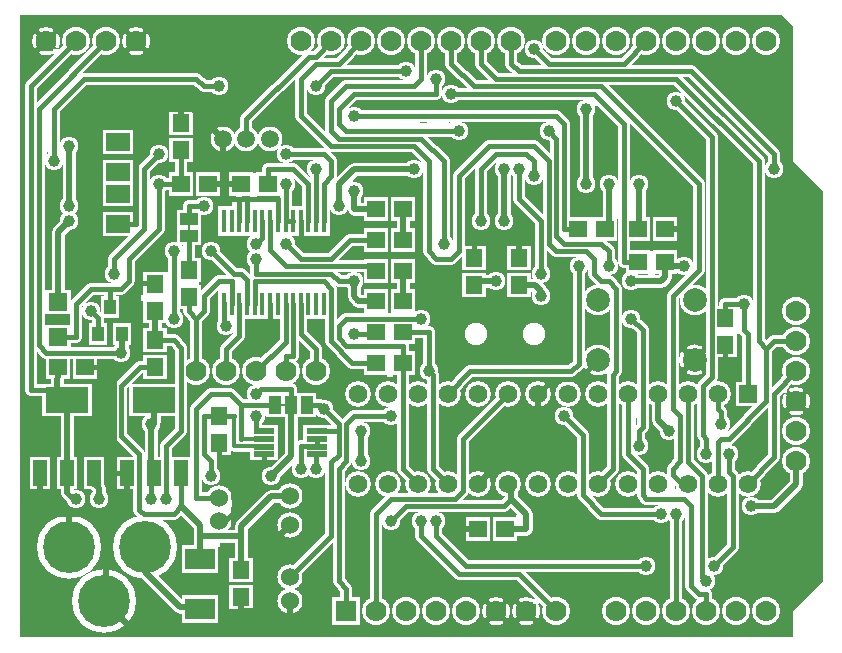
<source format=gbr>
G04 GERBER ASCII OUTPUT FROM: EDWINXP (VER. 1.61 REV. 20080915)*
G04 GERBER FORMAT: RX-274-X*
G04 BOARD: AMICUS_PIC18_MK2*
G04 ARTWORK OF COMP.LAYERPOSITIVE SUPERIMPOSED ON NEGATIVE*
%ASAXBY*%
%FSLAX23Y23*%
%MIA0B0*%
%MOIN*%
%OFA0.0000B0.0000*%
%SFA1B1*%
%IJA0B0*%
%INLAYER2NEGPOS*%
%IOA0B0*%
%IPPOS*%
%IR0*%
G04 APERTURE MACROS*
%AMEDWDONUT*
1,1,$1,$2,$3*
1,0,$4,$2,$3*
%
%AMEDWFRECT*
20,1,$1,$2,$3,$4,$5,$6*
%
%AMEDWORECT*
20,1,$1,$2,$3,$4,$5,$10*
20,1,$1,$4,$5,$6,$7,$10*
20,1,$1,$6,$7,$8,$9,$10*
20,1,$1,$8,$9,$2,$3,$10*
1,1,$1,$2,$3*
1,1,$1,$4,$5*
1,1,$1,$6,$7*
1,1,$1,$8,$9*
%
%AMEDWLINER*
20,1,$1,$2,$3,$4,$5,$6*
1,1,$1,$2,$3*
1,1,$1,$4,$5*
%
%AMEDWFTRNG*
4,1,3,$1,$2,$3,$4,$5,$6,$7,$8,$9*
%
%AMEDWATRNG*
4,1,3,$1,$2,$3,$4,$5,$6,$7,$8,$9*
20,1,$11,$1,$2,$3,$4,$10*
20,1,$11,$3,$4,$5,$6,$10*
20,1,$11,$5,$6,$7,$8,$10*
1,1,$11,$3,$4*
1,1,$11,$5,$6*
1,1,$11,$7,$8*
%
%AMEDWOTRNG*
20,1,$1,$2,$3,$4,$5,$8*
20,1,$1,$4,$5,$6,$7,$8*
20,1,$1,$6,$7,$2,$3,$8*
1,1,$1,$2,$3*
1,1,$1,$4,$5*
1,1,$1,$6,$7*
%
G04*
G04 APERTURE LIST*
%ADD10R,0.08661X0.0700*%
%ADD11R,0.11061X0.0940*%
%ADD12R,0.07874X0.0600*%
%ADD13R,0.10274X0.0840*%
%ADD14R,0.0700X0.0650*%
%ADD15R,0.0940X0.0890*%
%ADD16R,0.0600X0.0550*%
%ADD17R,0.0840X0.0790*%
%ADD18R,0.0250X0.0860*%
%ADD19R,0.0490X0.1100*%
%ADD20R,0.0150X0.0750*%
%ADD21R,0.0390X0.0990*%
%ADD22R,0.0700X0.0700*%
%ADD23R,0.0940X0.0940*%
%ADD24R,0.0600X0.0600*%
%ADD25R,0.0840X0.0840*%
%ADD26R,0.0750X0.0250*%
%ADD27R,0.0990X0.0490*%
%ADD28R,0.0700X0.0200*%
%ADD29R,0.0940X0.0440*%
%ADD30R,0.0570X0.0970*%
%ADD31R,0.0810X0.1210*%
%ADD32R,0.0470X0.0870*%
%ADD33R,0.0710X0.1110*%
%ADD34R,0.1520X0.0970*%
%ADD35R,0.1760X0.1210*%
%ADD36R,0.1420X0.0870*%
%ADD37R,0.1660X0.1110*%
%ADD38R,0.0650X0.0700*%
%ADD39R,0.0890X0.0940*%
%ADD40R,0.0550X0.0600*%
%ADD41R,0.0790X0.0840*%
%ADD42R,0.04724X0.06693*%
%ADD43R,0.07124X0.09093*%
%ADD44R,0.03937X0.05906*%
%ADD45R,0.06337X0.08306*%
%ADD46R,0.0500X0.0580*%
%ADD47R,0.0740X0.0820*%
%ADD48R,0.0400X0.0480*%
%ADD49R,0.0640X0.0720*%
%ADD50R,0.0860X0.0860*%
%ADD51R,0.1100X0.1100*%
%ADD52R,0.06693X0.04724*%
%ADD53R,0.09093X0.07124*%
%ADD54R,0.05906X0.03937*%
%ADD55R,0.08306X0.06337*%
%ADD56R,0.07087X0.06693*%
%ADD57R,0.09487X0.09093*%
%ADD58R,0.06299X0.05906*%
%ADD59R,0.08699X0.08306*%
%ADD60R,0.1100X0.0800*%
%ADD61R,0.1340X0.1040*%
%ADD62R,0.1000X0.0700*%
%ADD63R,0.1240X0.0940*%
%ADD64C,0.00039*%
%ADD66C,0.0010*%
%ADD68C,0.00118*%
%ADD70C,0.0020*%
%ADD71R,0.0020X0.0020*%
%ADD72C,0.0030*%
%ADD73R,0.0030X0.0030*%
%ADD74C,0.00394*%
%ADD76C,0.0040*%
%ADD77R,0.0040X0.0040*%
%ADD78C,0.00472*%
%ADD80C,0.0050*%
%ADD81R,0.0050X0.0050*%
%ADD82C,0.00512*%
%ADD83R,0.00512X0.00512*%
%ADD84C,0.00551*%
%ADD85R,0.00551X0.00551*%
%ADD86C,0.00591*%
%ADD87R,0.00591X0.00591*%
%ADD88C,0.00659*%
%ADD89R,0.00659X0.00659*%
%ADD90C,0.00787*%
%ADD91R,0.00787X0.00787*%
%ADD92C,0.00799*%
%ADD94C,0.0080*%
%ADD96C,0.00984*%
%ADD97R,0.00984X0.00984*%
%ADD98C,0.0100*%
%ADD99R,0.0100X0.0100*%
%ADD100C,0.01181*%
%ADD102C,0.0120*%
%ADD104C,0.0120*%
%ADD106C,0.0130*%
%ADD108C,0.01575*%
%ADD110C,0.0160*%
%ADD111R,0.0160X0.0160*%
%ADD112C,0.01698*%
%ADD113R,0.01698X0.01698*%
%ADD114C,0.01797*%
%ADD115R,0.01797X0.01797*%
%ADD116C,0.01895*%
%ADD117R,0.01895X0.01895*%
%ADD118C,0.01969*%
%ADD119R,0.01969X0.01969*%
%ADD120C,0.01994*%
%ADD121R,0.01994X0.01994*%
%ADD122C,0.0200*%
%ADD124C,0.02092*%
%ADD125R,0.02092X0.02092*%
%ADD126C,0.02191*%
%ADD127R,0.02191X0.02191*%
%ADD128C,0.02289*%
%ADD129R,0.02289X0.02289*%
%ADD130C,0.02362*%
%ADD131R,0.02362X0.02362*%
%ADD132C,0.02387*%
%ADD133R,0.02387X0.02387*%
%ADD134C,0.0240*%
%ADD135R,0.0240X0.0240*%
%ADD136C,0.0240*%
%ADD137R,0.0240X0.0240*%
%ADD138C,0.02486*%
%ADD139R,0.02486X0.02486*%
%ADD140C,0.0250*%
%ADD141R,0.0250X0.0250*%
%ADD142C,0.02584*%
%ADD143R,0.02584X0.02584*%
%ADD144C,0.02683*%
%ADD145R,0.02683X0.02683*%
%ADD146C,0.02781*%
%ADD147R,0.02781X0.02781*%
%ADD148C,0.02794*%
%ADD150C,0.0288*%
%ADD151R,0.0288X0.0288*%
%ADD152C,0.0290*%
%ADD154C,0.02912*%
%ADD155R,0.02912X0.02912*%
%ADD156C,0.02951*%
%ADD157R,0.02951X0.02951*%
%ADD158C,0.02978*%
%ADD159R,0.02978X0.02978*%
%ADD160C,0.02991*%
%ADD161R,0.02991X0.02991*%
%ADD162C,0.0300*%
%ADD163R,0.0300X0.0300*%
%ADD164C,0.03059*%
%ADD165R,0.03059X0.03059*%
%ADD166C,0.03076*%
%ADD167R,0.03076X0.03076*%
%ADD168C,0.03175*%
%ADD169R,0.03175X0.03175*%
%ADD170C,0.03199*%
%ADD171R,0.03199X0.03199*%
%ADD172C,0.0320*%
%ADD173R,0.0320X0.0320*%
%ADD174C,0.03273*%
%ADD175R,0.03273X0.03273*%
%ADD176C,0.03372*%
%ADD177R,0.03372X0.03372*%
%ADD178C,0.0347*%
%ADD179R,0.0347X0.0347*%
%ADD180C,0.0350*%
%ADD181R,0.0350X0.0350*%
%ADD182C,0.03569*%
%ADD183R,0.03569X0.03569*%
%ADD184C,0.03581*%
%ADD186C,0.0360*%
%ADD188C,0.03667*%
%ADD189R,0.03667X0.03667*%
%ADD190C,0.0370*%
%ADD192C,0.03937*%
%ADD193R,0.03937X0.03937*%
%ADD194C,0.03962*%
%ADD195R,0.03962X0.03962*%
%ADD196C,0.03975*%
%ADD198C,0.0400*%
%ADD199R,0.0400X0.0400*%
%ADD200C,0.04061*%
%ADD201R,0.04061X0.04061*%
%ADD202C,0.04159*%
%ADD203R,0.04159X0.04159*%
%ADD204C,0.04173*%
%ADD205R,0.04173X0.04173*%
%ADD206C,0.04356*%
%ADD207R,0.04356X0.04356*%
%ADD208C,0.0440*%
%ADD210C,0.0450*%
%ADD211R,0.0450X0.0450*%
%ADD212C,0.04724*%
%ADD213R,0.04724X0.04724*%
%ADD214C,0.0475*%
%ADD215R,0.0475X0.0475*%
%ADD216C,0.0490*%
%ADD217R,0.0490X0.0490*%
%ADD218C,0.0500*%
%ADD219R,0.0500X0.0500*%
%ADD220C,0.05118*%
%ADD221R,0.05118X0.05118*%
%ADD222C,0.05143*%
%ADD223R,0.05143X0.05143*%
%ADD224C,0.05537*%
%ADD225R,0.05537X0.05537*%
%ADD226C,0.0560*%
%ADD227R,0.0560X0.0560*%
%ADD228C,0.0590*%
%ADD229R,0.0590X0.0590*%
%ADD230C,0.05906*%
%ADD231R,0.05906X0.05906*%
%ADD232C,0.05931*%
%ADD233R,0.05931X0.05931*%
%ADD234C,0.0600*%
%ADD235R,0.0600X0.0600*%
%ADD236C,0.06181*%
%ADD238C,0.0620*%
%ADD240C,0.06201*%
%ADD242C,0.06337*%
%ADD243R,0.06337X0.06337*%
%ADD244C,0.0650*%
%ADD245R,0.0650X0.0650*%
%ADD246C,0.06693*%
%ADD247R,0.06693X0.06693*%
%ADD248C,0.06718*%
%ADD249R,0.06718X0.06718*%
%ADD250C,0.0690*%
%ADD251R,0.0690X0.0690*%
%ADD252C,0.06906*%
%ADD253R,0.06906X0.06906*%
%ADD254C,0.06969*%
%ADD255R,0.06969X0.06969*%
%ADD256C,0.0700*%
%ADD257R,0.0700X0.0700*%
%ADD258C,0.07087*%
%ADD259R,0.07087X0.07087*%
%ADD260C,0.0740*%
%ADD262C,0.0750*%
%ADD263R,0.0750X0.0750*%
%ADD264C,0.07598*%
%ADD266C,0.0760*%
%ADD268C,0.07874*%
%ADD269R,0.07874X0.07874*%
%ADD270C,0.0800*%
%ADD271R,0.0800X0.0800*%
%ADD272C,0.08268*%
%ADD273R,0.08268X0.08268*%
%ADD274C,0.08306*%
%ADD275R,0.08306X0.08306*%
%ADD276C,0.0840*%
%ADD277R,0.0840X0.0840*%
%ADD278C,0.08581*%
%ADD280C,0.08598*%
%ADD282C,0.0860*%
%ADD283R,0.0860X0.0860*%
%ADD284C,0.08601*%
%ADD286C,0.08661*%
%ADD287R,0.08661X0.08661*%
%ADD288C,0.0890*%
%ADD289R,0.0890X0.0890*%
%ADD290C,0.0900*%
%ADD291R,0.0900X0.0900*%
%ADD292C,0.09093*%
%ADD293R,0.09093X0.09093*%
%ADD294C,0.09369*%
%ADD295R,0.09369X0.09369*%
%ADD296C,0.0940*%
%ADD297R,0.0940X0.0940*%
%ADD298C,0.09843*%
%ADD299R,0.09843X0.09843*%
%ADD300C,0.0990*%
%ADD301R,0.0990X0.0990*%
%ADD302C,0.09998*%
%ADD304C,0.1000*%
%ADD306C,0.10274*%
%ADD307R,0.10274X0.10274*%
%ADD308C,0.1040*%
%ADD309R,0.1040X0.1040*%
%ADD310C,0.1063*%
%ADD312C,0.10668*%
%ADD313R,0.10668X0.10668*%
%ADD314C,0.10998*%
%ADD316C,0.1100*%
%ADD317R,0.1100X0.1100*%
%ADD318C,0.11024*%
%ADD320C,0.11061*%
%ADD321R,0.11061X0.11061*%
%ADD322C,0.1120*%
%ADD323R,0.1120X0.1120*%
%ADD324C,0.1140*%
%ADD325R,0.1140X0.1140*%
%ADD326C,0.11417*%
%ADD327R,0.11417X0.11417*%
%ADD328C,0.1150*%
%ADD329R,0.1150X0.1150*%
%ADD330C,0.11811*%
%ADD332C,0.1200*%
%ADD333R,0.1200X0.1200*%
%ADD334C,0.1250*%
%ADD335R,0.1250X0.1250*%
%ADD336C,0.12992*%
%ADD337R,0.12992X0.12992*%
%ADD338C,0.1300*%
%ADD339R,0.1300X0.1300*%
%ADD340C,0.1390*%
%ADD341R,0.1390X0.1390*%
%ADD342C,0.1440*%
%ADD343R,0.1440X0.1440*%
%ADD344C,0.14567*%
%ADD345R,0.14567X0.14567*%
%ADD346C,0.1490*%
%ADD347R,0.1490X0.1490*%
%ADD348C,0.15354*%
%ADD349R,0.15354X0.15354*%
%ADD350C,0.15374*%
%ADD351R,0.15374X0.15374*%
%ADD352C,0.1540*%
%ADD353R,0.1540X0.1540*%
%ADD354C,0.17323*%
%ADD356C,0.17774*%
%ADD357R,0.17774X0.17774*%
%ADD358C,0.18504*%
%ADD360C,0.18898*%
%ADD362C,0.20904*%
%ADD364C,0.2126*%
%ADD366C,0.21298*%
%ADD368C,0.22835*%
%ADD371R,0.23622X0.23622*%
%ADD373R,0.24937X0.24937*%
%ADD375R,0.26022X0.26022*%
%ADD377R,0.27337X0.27337*%
%ADD379R,0.31496X0.31496*%
%ADD381R,0.32811X0.32811*%
%ADD383R,0.33896X0.33896*%
%ADD385R,0.35211X0.35211*%
%ADD386C,0.45211*%
%ADD387R,0.45211X0.45211*%
%ADD388C,0.55211*%
%ADD389R,0.55211X0.55211*%
%ADD390C,0.65211*%
%ADD391R,0.65211X0.65211*%
%ADD392C,0.75211*%
%ADD393R,0.75211X0.75211*%
%ADD394C,0.85211*%
%ADD395R,0.85211X0.85211*%
%ADD396C,0.95211*%
%ADD397R,0.95211X0.95211*%
%ADD398C,1.05211*%
%ADD399R,1.05211X1.05211*%
%ADD400C,1.15211*%
%ADD401R,1.15211X1.15211*%
%ADD402C,1.25211*%
%ADD403R,1.25211X1.25211*%
%ADD404C,1.35211*%
%ADD405R,1.35211X1.35211*%
%ADD406C,1.45211*%
%ADD407R,1.45211X1.45211*%
%ADD408C,1.55211*%
%ADD409R,1.55211X1.55211*%
%ADD410C,1.65211*%
%ADD411R,1.65211X1.65211*%
%ADD412C,1.75211*%
%ADD413R,1.75211X1.75211*%
%ADD414C,1.85211*%
%ADD415R,1.85211X1.85211*%
%ADD416C,1.95211*%
%ADD417R,1.95211X1.95211*%
G04*
%LNLLAYER2CPOURD*%
%LPD*%
G36*
X1605Y96D02*
X1575Y13D01*
X13Y13D01*
X13Y2088D01*
X2550Y2088D01*
X2588Y2050D01*
X2588Y1600D01*
X2688Y1500D01*
X2688Y200D01*
X2588Y100D01*
X2588Y13D01*
X1638Y13D01*
X1605Y96D01*
G37*
G36*
X1600Y100D02*
X1563Y13D01*
X1675Y13D01*
X1600Y100D01*
G37*
%LNLLAYER2CRELIEVEC*%
%LPC*%
G36*
X1138Y1039D02*
X1138Y1063D01*
X1165Y1063D01*
X1165Y1039D01*
X1138Y1039D01*
G37*
D121*
X1132Y1053D02*D03*
X1096Y1037D02*D03*
X1108Y1053D02*D03*
G36*
X1086Y1008D02*
X1086Y1024D01*
X1106Y1024D01*
X1106Y1008D01*
X1086Y1008D01*
G37*
G36*
X1236Y1020D02*
X1236Y1063D01*
X1256Y1063D01*
X1256Y1020D01*
X1236Y1020D01*
G37*
X1246Y1010D02*D03*
G36*
X1122Y945D02*
X1122Y977D01*
X1162Y977D01*
X1162Y945D01*
X1122Y945D01*
G37*
X1116Y963D02*D03*
G36*
X1421Y1287D02*
X1421Y1307D01*
X1449Y1307D01*
X1449Y1287D01*
X1421Y1287D01*
G37*
X1451Y1313D02*D03*
X1407Y1297D02*D03*
X1396Y1313D02*D03*
X1100Y1474D02*D03*
G36*
X1102Y1520D02*
X1102Y1536D01*
X1122Y1536D01*
X1122Y1520D01*
X1102Y1520D01*
G37*
G36*
X1035Y1472D02*
X1035Y1524D01*
X1063Y1524D01*
X1063Y1472D01*
X1035Y1472D01*
G37*
G36*
X1035Y1445D02*
X1035Y1473D01*
X1055Y1473D01*
X1055Y1445D01*
X1035Y1445D01*
G37*
X888Y1553D02*D03*
G36*
X898Y1543D02*
X898Y1563D01*
X921Y1563D01*
X921Y1543D01*
X898Y1543D01*
G37*
G36*
X720Y1445D02*
X720Y1473D01*
X740Y1473D01*
X740Y1445D01*
X720Y1445D01*
G37*
D147*
X754Y1459D02*D03*
D121*
X778Y1455D02*D03*
G36*
X732Y1472D02*
X732Y1488D01*
X752Y1488D01*
X752Y1472D01*
X732Y1472D01*
G37*
G36*
X783Y1445D02*
X783Y1477D01*
X827Y1477D01*
X827Y1445D01*
X783Y1445D01*
G37*
G36*
X823Y1445D02*
X823Y1477D01*
X866Y1477D01*
X866Y1445D01*
X823Y1445D01*
G37*
G36*
X819Y1252D02*
X819Y1272D01*
X858Y1272D01*
X858Y1252D01*
X819Y1252D01*
G37*
G36*
X823Y1268D02*
X823Y1288D01*
X847Y1288D01*
X847Y1268D01*
X823Y1268D01*
G37*
G36*
X819Y1283D02*
X819Y1299D01*
X839Y1299D01*
X839Y1283D01*
X819Y1283D01*
G37*
X864Y1250D02*D03*
G36*
X894Y1264D02*
X894Y1288D01*
X921Y1288D01*
X921Y1264D01*
X894Y1264D01*
G37*
G36*
X878Y1279D02*
X878Y1303D01*
X898Y1303D01*
X898Y1279D01*
X878Y1279D01*
G37*
G36*
X862Y1295D02*
X862Y1323D01*
X882Y1323D01*
X882Y1295D01*
X862Y1295D01*
G37*
G36*
X854Y1319D02*
X854Y1343D01*
X874Y1343D01*
X874Y1319D01*
X854Y1319D01*
G37*
G36*
X854Y1338D02*
X854Y1358D01*
X882Y1358D01*
X882Y1338D01*
X854Y1338D01*
G37*
G36*
X1386Y1327D02*
X1386Y1374D01*
X1406Y1374D01*
X1406Y1327D01*
X1386Y1327D01*
G37*
G36*
X1386Y1370D02*
X1386Y1421D01*
X1410Y1421D01*
X1410Y1370D01*
X1386Y1370D01*
G37*
G36*
X1386Y1417D02*
X1386Y1477D01*
X1410Y1477D01*
X1410Y1417D01*
X1386Y1417D01*
G37*
G36*
X1386Y1472D02*
X1386Y1520D01*
X1410Y1520D01*
X1410Y1472D01*
X1386Y1472D01*
G37*
G36*
X1386Y1516D02*
X1386Y1563D01*
X1410Y1563D01*
X1410Y1516D01*
X1386Y1516D01*
G37*
G36*
X1386Y1559D02*
X1386Y1599D01*
X1410Y1599D01*
X1410Y1559D01*
X1386Y1559D01*
G37*
X1352Y1589D02*D03*
G36*
X803Y1169D02*
X803Y1189D01*
X847Y1189D01*
X847Y1169D01*
X803Y1169D01*
G37*
G36*
X842Y1169D02*
X842Y1189D01*
X890Y1189D01*
X890Y1169D01*
X842Y1169D01*
G37*
G36*
X886Y1169D02*
X886Y1189D01*
X945Y1189D01*
X945Y1169D01*
X886Y1169D01*
G37*
G36*
X941Y1169D02*
X941Y1189D01*
X992Y1189D01*
X992Y1169D01*
X941Y1169D01*
G37*
G36*
X988Y1169D02*
X988Y1189D01*
X1020Y1189D01*
X1020Y1169D01*
X988Y1169D01*
G37*
G36*
X728Y1169D02*
X728Y1205D01*
X756Y1205D01*
X756Y1169D01*
X728Y1169D01*
G37*
G36*
X673Y1169D02*
X673Y1189D01*
X701Y1189D01*
X701Y1169D01*
X673Y1169D01*
G37*
X1010Y1604D02*D03*
X1108Y1722D02*D03*
X1096Y1738D02*D03*
X1096Y1762D02*D03*
G36*
X1299Y1862D02*
X1299Y1882D01*
X1323Y1882D01*
X1323Y1862D01*
X1299Y1862D01*
G37*
G36*
X1968Y1157D02*
X1968Y1173D01*
X1988Y1173D01*
X1988Y1157D01*
X1968Y1157D01*
G37*
G36*
X1957Y1169D02*
X1957Y1185D01*
X1977Y1185D01*
X1977Y1169D01*
X1957Y1169D01*
G37*
G36*
X1945Y1212D02*
X1945Y1232D01*
X1969Y1232D01*
X1969Y1212D01*
X1945Y1212D01*
G37*
G36*
X1933Y1228D02*
X1933Y1248D01*
X1957Y1248D01*
X1957Y1228D01*
X1933Y1228D01*
G37*
X1943Y1254D02*D03*
G36*
X1933Y1260D02*
X1933Y1299D01*
X1953Y1299D01*
X1953Y1260D01*
X1933Y1260D01*
G37*
X1927Y1301D02*D03*
X1825Y1352D02*D03*
G36*
X2327Y1023D02*
X2327Y1043D01*
X2382Y1043D01*
X2382Y1023D01*
X2327Y1023D01*
G37*
G36*
X2378Y1023D02*
X2378Y1043D01*
X2410Y1043D01*
X2410Y1023D01*
X2378Y1023D01*
G37*
G36*
X2433Y1067D02*
X2433Y1102D01*
X2461Y1102D01*
X2461Y1067D01*
X2433Y1067D01*
G37*
G36*
X2441Y1098D02*
X2441Y1122D01*
X2461Y1122D01*
X2461Y1098D01*
X2441Y1098D01*
G37*
G36*
X2441Y1031D02*
X2441Y1067D01*
X2461Y1067D01*
X2461Y1031D01*
X2441Y1031D01*
G37*
G36*
X1961Y890D02*
X1961Y906D01*
X1980Y906D01*
X1980Y890D01*
X1961Y890D01*
G37*
G36*
X2205Y764D02*
X2205Y795D01*
X2225Y795D01*
X2225Y764D01*
X2205Y764D01*
G37*
G36*
X2047Y744D02*
X2047Y791D01*
X2075Y791D01*
X2075Y744D01*
X2047Y744D01*
G37*
G36*
X2047Y693D02*
X2047Y744D01*
X2067Y744D01*
X2067Y693D01*
X2047Y693D01*
G37*
G36*
X2149Y744D02*
X2149Y776D01*
X2177Y776D01*
X2177Y744D01*
X2149Y744D01*
G37*
G36*
X2149Y772D02*
X2149Y791D01*
X2173Y791D01*
X2173Y772D01*
X2149Y772D01*
G37*
G36*
X2173Y716D02*
X2173Y748D01*
X2197Y748D01*
X2197Y716D01*
X2173Y716D01*
G37*
G36*
X2157Y728D02*
X2157Y744D01*
X2177Y744D01*
X2177Y728D01*
X2157Y728D01*
G37*
G36*
X2311Y665D02*
X2311Y725D01*
X2331Y725D01*
X2331Y665D01*
X2311Y665D01*
G37*
G36*
X2327Y681D02*
X2327Y705D01*
X2347Y705D01*
X2347Y681D01*
X2327Y681D01*
G37*
G36*
X2299Y720D02*
X2299Y764D01*
X2323Y764D01*
X2323Y720D01*
X2299Y720D01*
G37*
G36*
X2299Y760D02*
X2299Y795D01*
X2323Y795D01*
X2323Y760D01*
X2299Y760D01*
G37*
G36*
X2346Y689D02*
X2346Y709D01*
X2374Y709D01*
X2374Y689D01*
X2346Y689D01*
G37*
D133*
X2358Y654D02*D03*
D121*
X2376Y656D02*D03*
G36*
X2449Y862D02*
X2449Y906D01*
X2488Y906D01*
X2488Y862D01*
X2449Y862D01*
G37*
G36*
X2449Y901D02*
X2449Y953D01*
X2488Y953D01*
X2488Y901D01*
X2449Y901D01*
G37*
D169*
X2465Y965D02*D03*
D121*
X2459Y986D02*D03*
G36*
X2201Y551D02*
X2201Y579D01*
X2221Y579D01*
X2221Y551D01*
X2201Y551D01*
G37*
D133*
X2228Y571D02*D03*
G36*
X2161Y488D02*
X2161Y508D01*
X2209Y508D01*
X2209Y488D01*
X2161Y488D01*
G37*
D147*
X2183Y518D02*D03*
G36*
X2252Y457D02*
X2252Y496D01*
X2272Y496D01*
X2272Y457D01*
X2252Y457D01*
G37*
G36*
X2236Y472D02*
X2236Y488D01*
X2256Y488D01*
X2256Y472D01*
X2236Y472D01*
G37*
D121*
X2274Y187D02*D03*
G36*
X2260Y193D02*
X2260Y209D01*
X2280Y209D01*
X2280Y193D01*
X2260Y193D01*
G37*
G36*
X1724Y126D02*
X1724Y142D01*
X1744Y142D01*
X1744Y126D01*
X1724Y126D01*
G37*
G36*
X1665Y390D02*
X1665Y421D01*
X1685Y421D01*
X1685Y390D01*
X1665Y390D01*
G37*
G36*
X1366Y342D02*
X1366Y382D01*
X1386Y382D01*
X1386Y342D01*
X1366Y342D01*
G37*
G36*
X626Y362D02*
X626Y382D01*
X650Y382D01*
X650Y362D01*
X626Y362D01*
G37*
X632Y396D02*D03*
G36*
X697Y421D02*
X697Y453D01*
X717Y453D01*
X717Y421D01*
X697Y421D01*
G37*
G36*
X705Y449D02*
X705Y465D01*
X725Y465D01*
X725Y449D01*
X705Y449D01*
G37*
G36*
X480Y437D02*
X480Y453D01*
X500Y453D01*
X500Y437D01*
X480Y437D01*
G37*
G36*
X500Y437D02*
X500Y457D01*
X524Y457D01*
X524Y437D01*
X500Y437D01*
G37*
G36*
X520Y449D02*
X520Y473D01*
X539Y473D01*
X539Y449D01*
X520Y449D01*
G37*
G36*
X421Y437D02*
X421Y457D01*
X445Y457D01*
X445Y437D01*
X421Y437D01*
G37*
G36*
X449Y437D02*
X449Y457D01*
X480Y457D01*
X480Y437D01*
X449Y437D01*
G37*
G36*
X626Y315D02*
X626Y335D01*
X681Y335D01*
X681Y315D01*
X626Y315D01*
G37*
G36*
X520Y476D02*
X520Y508D01*
X539Y508D01*
X539Y476D01*
X520Y476D01*
G37*
G36*
X464Y488D02*
X464Y508D01*
X488Y508D01*
X488Y488D01*
X464Y488D01*
G37*
D147*
X577Y467D02*D03*
G36*
X563Y476D02*
X563Y508D01*
X587Y508D01*
X587Y476D01*
X563Y476D01*
G37*
D169*
X618Y429D02*D03*
G36*
X586Y429D02*
X586Y465D01*
X606Y465D01*
X606Y429D01*
X586Y429D01*
G37*
G36*
X602Y441D02*
X602Y469D01*
X634Y469D01*
X634Y441D01*
X602Y441D01*
G37*
G36*
X630Y413D02*
X630Y461D01*
X650Y461D01*
X650Y413D01*
X630Y413D01*
G37*
G36*
X646Y429D02*
X646Y445D01*
X665Y445D01*
X665Y429D01*
X646Y429D01*
G37*
D121*
X628Y774D02*D03*
G36*
X642Y787D02*
X642Y807D01*
X697Y807D01*
X697Y787D01*
X642Y787D01*
G37*
X719Y774D02*D03*
G36*
X709Y779D02*
X709Y795D01*
X728Y795D01*
X728Y779D01*
X709Y779D01*
G37*
G36*
X693Y787D02*
X693Y811D01*
X713Y811D01*
X713Y787D01*
X693Y787D01*
G37*
G36*
X760Y685D02*
X760Y740D01*
X784Y740D01*
X784Y685D01*
X760Y685D01*
G37*
G36*
X760Y736D02*
X760Y776D01*
X780Y776D01*
X780Y736D01*
X760Y736D01*
G37*
G36*
X819Y752D02*
X819Y776D01*
X839Y776D01*
X839Y752D01*
X819Y752D01*
G37*
X829Y813D02*D03*
G36*
X323Y1189D02*
X323Y1209D01*
X351Y1209D01*
X351Y1189D01*
X323Y1189D01*
G37*
X352Y1215D02*D03*
G36*
X342Y1228D02*
X342Y1252D01*
X362Y1252D01*
X362Y1228D01*
X342Y1228D01*
G37*
G36*
X335Y1248D02*
X335Y1272D01*
X362Y1272D01*
X362Y1248D01*
X335Y1248D01*
G37*
G36*
X346Y1268D02*
X346Y1284D01*
X366Y1284D01*
X366Y1268D01*
X346Y1268D01*
G37*
G36*
X122Y1957D02*
X122Y1973D01*
X142Y1973D01*
X142Y1957D01*
X122Y1957D01*
G37*
G36*
X543Y1272D02*
X543Y1299D01*
X563Y1299D01*
X563Y1272D01*
X543Y1272D01*
G37*
G36*
X543Y1303D02*
X543Y1319D01*
X563Y1319D01*
X563Y1303D01*
X543Y1303D01*
G37*
G36*
X382Y1362D02*
X382Y1386D01*
X402Y1386D01*
X402Y1362D01*
X382Y1362D01*
G37*
G36*
X1638Y1590D02*
X1638Y1610D01*
X1662Y1610D01*
X1662Y1590D01*
X1638Y1590D01*
G37*
X1608Y1604D02*D03*
G36*
X1622Y1594D02*
X1622Y1610D01*
X1642Y1610D01*
X1642Y1594D01*
X1622Y1594D01*
G37*
X1703Y1589D02*D03*
G36*
X1673Y1594D02*
X1673Y1614D01*
X1697Y1614D01*
X1697Y1594D01*
X1673Y1594D01*
G37*
G36*
X1740Y1563D02*
X1740Y1602D01*
X1760Y1602D01*
X1760Y1563D01*
X1740Y1563D01*
G37*
G36*
X1043Y618D02*
X1043Y669D01*
X1063Y669D01*
X1063Y618D01*
X1043Y618D01*
G37*
G36*
X1043Y665D02*
X1043Y689D01*
X1063Y689D01*
X1063Y665D01*
X1043Y665D01*
G37*
D113*
X1395Y1600D02*D03*
G36*
X1654Y1596D02*
X1654Y1613D01*
X1672Y1613D01*
X1672Y1596D01*
X1654Y1596D01*
G37*
G36*
X1611Y1597D02*
X1611Y1613D01*
X1628Y1613D01*
X1628Y1597D01*
X1611Y1597D01*
G37*
G36*
X1746Y1551D02*
X1746Y1569D01*
X1763Y1569D01*
X1763Y1551D01*
X1746Y1551D01*
G37*
X1804Y1714D02*D03*
X1796Y1724D02*D03*
X1785Y1730D02*D03*
G36*
X1918Y1783D02*
X1918Y1800D01*
X1936Y1800D01*
X1936Y1783D01*
X1918Y1783D01*
G37*
G36*
X1908Y1793D02*
X1908Y1810D01*
X1926Y1810D01*
X1926Y1793D01*
X1908Y1793D01*
G37*
G36*
X2037Y1488D02*
X2037Y1512D01*
X2060Y1512D01*
X2060Y1488D01*
X2037Y1488D01*
G37*
G36*
X2037Y1505D02*
X2037Y1523D01*
X2054Y1523D01*
X2054Y1505D01*
X2037Y1505D01*
G37*
G36*
X2037Y1465D02*
X2037Y1494D01*
X2061Y1494D01*
X2061Y1465D01*
X2037Y1465D01*
G37*
G36*
X2037Y1442D02*
X2037Y1472D01*
X2061Y1472D01*
X2061Y1442D01*
X2037Y1442D01*
G37*
G36*
X2037Y1425D02*
X2037Y1448D01*
X2061Y1448D01*
X2061Y1425D01*
X2037Y1425D01*
G37*
D133*
X2049Y1419D02*D03*
G36*
X1989Y1407D02*
X1989Y1440D01*
X2013Y1440D01*
X2013Y1407D01*
X1989Y1407D01*
G37*
G36*
X1989Y1433D02*
X1989Y1461D01*
X2013Y1461D01*
X2013Y1433D01*
X1989Y1433D01*
G37*
G36*
X1989Y1454D02*
X1989Y1482D01*
X2013Y1482D01*
X2013Y1454D01*
X1989Y1454D01*
G37*
X2001Y1487D02*D03*
G36*
X1989Y1492D02*
X1989Y1510D01*
X2012Y1510D01*
X2012Y1492D01*
X1989Y1492D01*
G37*
D113*
X2003Y1511D02*D03*
X1954Y1289D02*D03*
G36*
X1930Y1292D02*
X1930Y1312D01*
X1951Y1312D01*
X1951Y1292D01*
X1930Y1292D01*
G37*
X1902Y1267D02*D03*
G36*
X1884Y1269D02*
X1884Y1286D01*
X1902Y1286D01*
X1902Y1269D01*
X1884Y1269D01*
G37*
G36*
X1946Y1266D02*
X1946Y1287D01*
X1963Y1287D01*
X1963Y1266D01*
X1946Y1266D01*
G37*
G36*
X144Y1608D02*
X144Y1635D01*
X161Y1635D01*
X161Y1608D01*
X144Y1608D01*
G37*
G36*
X138Y1628D02*
X138Y1644D01*
X155Y1644D01*
X155Y1628D01*
X138Y1628D01*
G37*
G36*
X87Y1601D02*
X87Y1635D01*
X104Y1635D01*
X104Y1601D01*
X87Y1601D01*
G37*
D139*
X100Y1640D02*D03*
D133*
X99Y1657D02*D03*
G36*
X87Y1662D02*
X87Y1693D01*
X113Y1693D01*
X113Y1662D01*
X87Y1662D01*
G37*
D139*
X100Y1698D02*D03*
G36*
X87Y1704D02*
X87Y1735D01*
X113Y1735D01*
X113Y1704D01*
X87Y1704D01*
G37*
G36*
X87Y1728D02*
X87Y1758D01*
X113Y1758D01*
X113Y1728D01*
X87Y1728D01*
G37*
G36*
X87Y1751D02*
X87Y1775D01*
X112Y1775D01*
X112Y1751D01*
X87Y1751D01*
G37*
G36*
X96Y1768D02*
X96Y1784D01*
X113Y1784D01*
X113Y1768D01*
X96Y1768D01*
G37*
G36*
X1316Y1869D02*
X1316Y1888D01*
X1333Y1888D01*
X1333Y1869D01*
X1316Y1869D01*
G37*
D113*
X1329Y1889D02*D03*
G36*
X1345Y1842D02*
X1345Y1859D01*
X1387Y1859D01*
X1387Y1842D01*
X1345Y1842D01*
G37*
G36*
X1355Y1852D02*
X1355Y1869D01*
X1380Y1869D01*
X1380Y1852D01*
X1355Y1852D01*
G37*
X1369Y1871D02*D03*
G36*
X961Y1846D02*
X961Y1874D01*
X978Y1874D01*
X978Y1846D01*
X961Y1846D01*
G37*
G36*
X971Y1865D02*
X971Y1884D01*
X988Y1884D01*
X988Y1865D01*
X971Y1865D01*
G37*
G36*
X981Y1871D02*
X981Y1894D01*
X998Y1894D01*
X998Y1871D01*
X981Y1871D01*
G37*
X1000Y1881D02*D03*
X1000Y1891D02*D03*
G36*
X1001Y1880D02*
X1001Y1906D01*
X1018Y1906D01*
X1018Y1880D01*
X1001Y1880D01*
G37*
G36*
X1011Y1890D02*
X1011Y1913D01*
X1028Y1913D01*
X1028Y1890D01*
X1011Y1890D01*
G37*
G36*
X1021Y1581D02*
X1021Y1601D01*
X1038Y1601D01*
X1038Y1581D01*
X1021Y1581D01*
G37*
G36*
X1012Y1540D02*
X1012Y1558D01*
X1029Y1558D01*
X1029Y1540D01*
X1012Y1540D01*
G37*
G36*
X1020Y1551D02*
X1020Y1568D01*
X1038Y1568D01*
X1038Y1551D01*
X1020Y1551D01*
G37*
G36*
X1044Y1517D02*
X1044Y1533D01*
X1061Y1533D01*
X1061Y1517D01*
X1044Y1517D01*
G37*
X1098Y1515D02*D03*
G36*
X1089Y1477D02*
X1089Y1493D01*
X1106Y1493D01*
X1106Y1477D01*
X1089Y1477D01*
G37*
G36*
X811Y1292D02*
X811Y1309D01*
X834Y1309D01*
X834Y1292D01*
X811Y1292D01*
G37*
X860Y1261D02*D03*
X848Y1273D02*D03*
G36*
X812Y1237D02*
X812Y1259D01*
X845Y1259D01*
X845Y1237D01*
X812Y1237D01*
G37*
G36*
X837Y1237D02*
X837Y1259D01*
X860Y1259D01*
X860Y1237D01*
X837Y1237D01*
G37*
X875Y1246D02*D03*
D115*
X923Y1272D02*D03*
D125*
X901Y1291D02*D03*
G36*
X1013Y1167D02*
X1013Y1183D01*
X1030Y1183D01*
X1030Y1167D01*
X1013Y1167D01*
G37*
G36*
X436Y1494D02*
X436Y1515D01*
X458Y1515D01*
X458Y1494D01*
X436Y1494D01*
G37*
G36*
X436Y1508D02*
X436Y1528D01*
X453Y1528D01*
X453Y1508D01*
X436Y1508D01*
G37*
G36*
X436Y1472D02*
X436Y1500D01*
X463Y1500D01*
X463Y1472D01*
X436Y1472D01*
G37*
G36*
X436Y1447D02*
X436Y1478D01*
X463Y1478D01*
X463Y1447D01*
X436Y1447D01*
G37*
G36*
X436Y1421D02*
X436Y1453D01*
X463Y1453D01*
X463Y1421D01*
X436Y1421D01*
G37*
G36*
X436Y1393D02*
X436Y1427D01*
X463Y1427D01*
X463Y1393D01*
X436Y1393D01*
G37*
G36*
X436Y1367D02*
X436Y1399D01*
X455Y1399D01*
X455Y1367D01*
X436Y1367D01*
G37*
G36*
X591Y1094D02*
X591Y1112D01*
X608Y1112D01*
X608Y1094D01*
X591Y1094D01*
G37*
G36*
X714Y1064D02*
X714Y1082D01*
X731Y1082D01*
X731Y1064D01*
X714Y1064D01*
G37*
D113*
X898Y971D02*D03*
G36*
X721Y761D02*
X721Y787D01*
X738Y787D01*
X738Y761D01*
X721Y761D01*
G37*
G36*
X679Y695D02*
X679Y716D01*
X714Y716D01*
X714Y695D01*
X679Y695D01*
G37*
G36*
X652Y695D02*
X652Y716D01*
X685Y716D01*
X685Y695D01*
X652Y695D01*
G37*
G36*
X637Y695D02*
X637Y716D01*
X659Y716D01*
X659Y695D01*
X637Y695D01*
G37*
G36*
X612Y573D02*
X612Y601D01*
X638Y601D01*
X638Y573D01*
X612Y573D01*
G37*
G36*
X612Y593D02*
X612Y609D01*
X629Y609D01*
X629Y593D01*
X612Y593D01*
G37*
G36*
X612Y551D02*
X612Y579D01*
X629Y579D01*
X629Y551D01*
X612Y551D01*
G37*
G36*
X966Y586D02*
X966Y607D01*
X983Y607D01*
X983Y586D01*
X966Y586D01*
G37*
G36*
X1021Y581D02*
X1021Y607D01*
X1038Y607D01*
X1038Y581D01*
X1021Y581D01*
G37*
G36*
X627Y375D02*
X627Y392D01*
X645Y392D01*
X645Y375D01*
X627Y375D01*
G37*
G36*
X618Y398D02*
X618Y420D01*
X641Y420D01*
X641Y398D01*
X618Y398D01*
G37*
G36*
X577Y440D02*
X577Y459D01*
X594Y459D01*
X594Y440D01*
X577Y440D01*
G37*
G36*
X686Y428D02*
X686Y449D01*
X704Y449D01*
X704Y428D01*
X686Y428D01*
G37*
G36*
X1366Y411D02*
X1366Y437D01*
X1383Y437D01*
X1383Y411D01*
X1366Y411D01*
G37*
G36*
X1356Y419D02*
X1356Y437D01*
X1373Y437D01*
X1373Y419D01*
X1356Y419D01*
G37*
G36*
X1376Y419D02*
X1376Y437D01*
X1393Y437D01*
X1393Y419D01*
X1376Y419D01*
G37*
G36*
X1211Y397D02*
X1211Y424D01*
X1228Y424D01*
X1228Y397D01*
X1211Y397D01*
G37*
G36*
X1221Y415D02*
X1221Y434D01*
X1238Y434D01*
X1238Y415D01*
X1221Y415D01*
G37*
G36*
X1231Y421D02*
X1231Y444D01*
X1248Y444D01*
X1248Y421D01*
X1231Y421D01*
G37*
G36*
X1241Y423D02*
X1241Y454D01*
X1260Y454D01*
X1260Y423D01*
X1241Y423D01*
G37*
G36*
X1253Y432D02*
X1253Y463D01*
X1270Y463D01*
X1270Y432D01*
X1253Y432D01*
G37*
G36*
X1263Y442D02*
X1263Y463D01*
X1280Y463D01*
X1280Y442D01*
X1263Y442D01*
G37*
G36*
X1111Y666D02*
X1111Y688D01*
X1134Y688D01*
X1134Y666D01*
X1111Y666D01*
G37*
G36*
X1111Y681D02*
X1111Y698D01*
X1129Y698D01*
X1129Y681D01*
X1111Y681D01*
G37*
X1120Y705D02*D03*
G36*
X1111Y641D02*
X1111Y672D01*
X1136Y672D01*
X1136Y641D01*
X1111Y641D01*
G37*
G36*
X1111Y625D02*
X1111Y648D01*
X1135Y648D01*
X1135Y625D01*
X1111Y625D01*
G37*
G36*
X1111Y608D02*
X1111Y631D01*
X1131Y631D01*
X1131Y608D01*
X1111Y608D01*
G37*
G36*
X1111Y596D02*
X1111Y614D01*
X1128Y614D01*
X1128Y596D01*
X1111Y596D01*
G37*
G36*
X2171Y524D02*
X2171Y541D01*
X2189Y541D01*
X2189Y524D01*
X2171Y524D01*
G37*
G36*
X2166Y436D02*
X2166Y463D01*
X2183Y463D01*
X2183Y436D01*
X2166Y436D01*
G37*
G36*
X2156Y444D02*
X2156Y463D01*
X2173Y463D01*
X2173Y444D01*
X2156Y444D01*
G37*
G36*
X2147Y447D02*
X2147Y463D01*
X2164Y463D01*
X2164Y447D01*
X2147Y447D01*
G37*
G36*
X2176Y444D02*
X2176Y463D01*
X2193Y463D01*
X2193Y444D01*
X2176Y444D01*
G37*
G36*
X2186Y447D02*
X2186Y463D01*
X2203Y463D01*
X2203Y447D01*
X2186Y447D01*
G37*
X2218Y450D02*D03*
G36*
X2197Y447D02*
X2197Y464D01*
X2216Y464D01*
X2216Y447D01*
X2197Y447D01*
G37*
G36*
X2220Y430D02*
X2220Y450D01*
X2238Y450D01*
X2238Y430D01*
X2220Y430D01*
G37*
G36*
X2215Y576D02*
X2215Y592D01*
X2232Y592D01*
X2232Y576D01*
X2215Y576D01*
G37*
G36*
X2170Y741D02*
X2170Y760D01*
X2190Y760D01*
X2190Y741D01*
X2170Y741D01*
G37*
X2167Y793D02*D03*
G36*
X2299Y693D02*
X2299Y727D01*
X2318Y727D01*
X2318Y693D01*
X2299Y693D01*
G37*
G36*
X2316Y734D02*
X2316Y767D01*
X2333Y767D01*
X2333Y734D01*
X2316Y734D01*
G37*
G36*
X2058Y784D02*
X2058Y800D01*
X2075Y800D01*
X2075Y784D01*
X2058Y784D01*
G37*
X2563Y835D02*D03*
G36*
X1111Y707D02*
X1111Y725D01*
X1130Y725D01*
X1130Y707D01*
X1111Y707D01*
G37*
G36*
X1120Y717D02*
X1120Y734D01*
X1140Y734D01*
X1140Y717D01*
X1120Y717D01*
G37*
G36*
X1133Y722D02*
X1133Y739D01*
X1152Y739D01*
X1152Y722D01*
X1133Y722D01*
G37*
G36*
X1259Y769D02*
X1259Y801D01*
X1276Y801D01*
X1276Y769D01*
X1259Y769D01*
G37*
X1245Y781D02*D03*
G36*
X1247Y773D02*
X1247Y793D01*
X1266Y793D01*
X1266Y773D01*
X1247Y773D01*
G37*
G36*
X1142Y997D02*
X1142Y1014D01*
X1165Y1014D01*
X1165Y997D01*
X1142Y997D01*
G37*
G36*
X1111Y1047D02*
X1111Y1063D01*
X1128Y1063D01*
X1128Y1047D01*
X1111Y1047D01*
G37*
G36*
X819Y853D02*
X819Y870D01*
X852Y870D01*
X852Y853D01*
X819Y853D01*
G37*
G36*
X830Y863D02*
X830Y880D01*
X852Y880D01*
X852Y863D01*
X830Y863D01*
G37*
D121*
X854Y863D02*D03*
X854Y876D02*D03*
G36*
X857Y853D02*
X857Y872D01*
X877Y872D01*
X877Y853D01*
X857Y853D01*
G37*
G36*
X836Y879D02*
X836Y896D01*
X862Y896D01*
X862Y879D01*
X836Y879D01*
G37*
D127*
X849Y900D02*D03*
G36*
X836Y903D02*
X836Y925D01*
X862Y925D01*
X862Y903D01*
X836Y903D01*
G37*
G36*
X845Y918D02*
X845Y935D01*
X869Y935D01*
X869Y918D01*
X845Y918D01*
G37*
G36*
X855Y928D02*
X855Y945D01*
X878Y945D01*
X878Y928D01*
X855Y928D01*
G37*
G36*
X871Y934D02*
X871Y960D01*
X888Y960D01*
X888Y934D01*
X871Y934D01*
G37*
G36*
X2395Y1073D02*
X2395Y1109D01*
X2413Y1109D01*
X2413Y1073D01*
X2395Y1073D01*
G37*
G36*
X2395Y1038D02*
X2395Y1079D01*
X2413Y1079D01*
X2413Y1038D01*
X2395Y1038D01*
G37*
D113*
X1979Y907D02*D03*
G36*
X2107Y1215D02*
X2107Y1238D01*
X2128Y1238D01*
X2128Y1215D01*
X2107Y1215D01*
G37*
D125*
X2118Y1242D02*D03*
D115*
X2116Y1254D02*D03*
D117*
X2117Y1265D02*D03*
D121*
X2117Y1278D02*D03*
X2117Y1290D02*D03*
D115*
X1916Y1346D02*D03*
D113*
X1916Y1357D02*D03*
D115*
X1916Y1367D02*D03*
D113*
X1916Y1377D02*D03*
X1916Y1387D02*D03*
X1916Y1397D02*D03*
X1916Y1407D02*D03*
D125*
X1247Y962D02*D03*
G36*
X1236Y941D02*
X1236Y959D01*
X1256Y959D01*
X1256Y941D01*
X1236Y941D01*
G37*
D121*
X1246Y938D02*D03*
G36*
X1236Y918D02*
X1236Y935D01*
X1256Y935D01*
X1256Y918D01*
X1236Y918D01*
G37*
G36*
X1236Y908D02*
X1236Y925D01*
X1256Y925D01*
X1256Y908D01*
X1236Y908D01*
G37*
D125*
X1247Y904D02*D03*
G36*
X1236Y882D02*
X1236Y901D01*
X1256Y901D01*
X1256Y882D01*
X1236Y882D01*
G37*
G36*
X495Y1200D02*
X495Y1223D01*
X513Y1223D01*
X513Y1200D01*
X495Y1200D01*
G37*
D113*
X503Y1224D02*D03*
G36*
X495Y1181D02*
X495Y1204D01*
X513Y1204D01*
X513Y1181D01*
X495Y1181D01*
G37*
G36*
X495Y1164D02*
X495Y1187D01*
X513Y1187D01*
X513Y1164D01*
X495Y1164D01*
G37*
G36*
X495Y1151D02*
X495Y1170D01*
X513Y1170D01*
X513Y1151D01*
X495Y1151D01*
G37*
D115*
X504Y1149D02*D03*
D113*
X503Y1138D02*D03*
G36*
X495Y1119D02*
X495Y1136D01*
X513Y1136D01*
X513Y1119D01*
X495Y1119D01*
G37*
G36*
X495Y1108D02*
X495Y1125D01*
X513Y1125D01*
X513Y1108D01*
X495Y1108D01*
G37*
G36*
X495Y1090D02*
X495Y1113D01*
X513Y1113D01*
X513Y1090D01*
X495Y1090D01*
G37*
G36*
X481Y1135D02*
X481Y1155D01*
X502Y1155D01*
X502Y1135D01*
X481Y1135D01*
G37*
G36*
X460Y1135D02*
X460Y1156D01*
X483Y1156D01*
X483Y1135D01*
X460Y1135D01*
G37*
G36*
X439Y1135D02*
X439Y1156D01*
X463Y1156D01*
X463Y1135D01*
X439Y1135D01*
G37*
G36*
X428Y1135D02*
X428Y1155D01*
X446Y1155D01*
X446Y1135D01*
X428Y1135D01*
G37*
G36*
X417Y1135D02*
X417Y1155D01*
X435Y1155D01*
X435Y1135D01*
X417Y1135D01*
G37*
G36*
X537Y1182D02*
X537Y1203D01*
X560Y1203D01*
X560Y1182D01*
X537Y1182D01*
G37*
G36*
X553Y1182D02*
X553Y1203D01*
X577Y1203D01*
X577Y1182D01*
X553Y1182D01*
G37*
G36*
X570Y1182D02*
X570Y1203D01*
X592Y1203D01*
X592Y1182D01*
X570Y1182D01*
G37*
G36*
X585Y1182D02*
X585Y1203D01*
X608Y1203D01*
X608Y1182D01*
X585Y1182D01*
G37*
G36*
X436Y1522D02*
X436Y1540D01*
X453Y1540D01*
X453Y1522D01*
X436Y1522D01*
G37*
G36*
X769Y1458D02*
X769Y1476D01*
X789Y1476D01*
X789Y1458D01*
X769Y1458D01*
G37*
G36*
X779Y1475D02*
X779Y1493D01*
X803Y1493D01*
X803Y1475D01*
X779Y1475D01*
G37*
X793Y1495D02*D03*
D125*
X795Y1506D02*D03*
D117*
X794Y1519D02*D03*
D121*
X794Y1531D02*D03*
D115*
X793Y1543D02*D03*
D113*
X793Y1554D02*D03*
G36*
X1127Y1712D02*
X1127Y1729D01*
X1150Y1729D01*
X1150Y1712D01*
X1127Y1712D01*
G37*
D127*
X1154Y1724D02*D03*
D129*
X1169Y1726D02*D03*
D113*
X1182Y1724D02*D03*
X1191Y1723D02*D03*
D115*
X1202Y1723D02*D03*
D125*
X1214Y1725D02*D03*
D113*
X1226Y1724D02*D03*
D121*
X1237Y1725D02*D03*
D117*
X1250Y1726D02*D03*
D125*
X1262Y1726D02*D03*
D117*
X1275Y1725D02*D03*
D115*
X1286Y1724D02*D03*
D121*
X1298Y1724D02*D03*
D117*
X1311Y1723D02*D03*
D121*
X1323Y1723D02*D03*
D117*
X1335Y1723D02*D03*
D113*
X1346Y1722D02*D03*
X1356Y1722D02*D03*
D115*
X1366Y1722D02*D03*
D127*
X1379Y1724D02*D03*
D129*
X1394Y1725D02*D03*
D113*
X1407Y1723D02*D03*
D121*
X1418Y1724D02*D03*
D127*
X1432Y1724D02*D03*
D113*
X1444Y1721D02*D03*
X1454Y1724D02*D03*
G36*
X1456Y1721D02*
X1456Y1737D01*
X1473Y1737D01*
X1473Y1721D01*
X1456Y1721D01*
G37*
X403Y1381D02*D03*
G36*
X656Y604D02*
X656Y624D01*
X674Y624D01*
X674Y604D01*
X656Y604D01*
G37*
X715Y466D02*D03*
D13* 
X338Y1665D02*D03*
X338Y1565D02*D03*
X338Y1490D02*D03*
D17* 
X1291Y929D02*D03*
X1201Y929D02*D03*
D364*
X431Y313D02*D03*
D21* 
X693Y1125D02*D03*
X718Y1125D02*D03*
X744Y1125D02*D03*
X770Y1125D02*D03*
X795Y1125D02*D03*
X821Y1125D02*D03*
X872Y1125D02*D03*
X898Y1125D02*D03*
X923Y1125D02*D03*
X949Y1125D02*D03*
X974Y1125D02*D03*
X1000Y1125D02*D03*
X1026Y1125D02*D03*
X1026Y1400D02*D03*
X1000Y1400D02*D03*
X974Y1400D02*D03*
X923Y1400D02*D03*
X898Y1400D02*D03*
X846Y1400D02*D03*
X821Y1400D02*D03*
X795Y1400D02*D03*
X718Y1400D02*D03*
X693Y1400D02*D03*
D332*
X2600Y1400D02*D03*
X600Y2000D02*D03*
X2600Y300D02*D03*
D25* 
X2438Y825D02*D03*
D282*
X2338Y825D02*D03*
X2238Y825D02*D03*
X2138Y825D02*D03*
X2038Y825D02*D03*
X1938Y825D02*D03*
X1838Y825D02*D03*
X1638Y825D02*D03*
X1538Y825D02*D03*
X1438Y825D02*D03*
X1338Y825D02*D03*
X1238Y825D02*D03*
X1138Y825D02*D03*
X1138Y525D02*D03*
X1238Y525D02*D03*
X1338Y525D02*D03*
X1438Y525D02*D03*
X1638Y525D02*D03*
X1738Y525D02*D03*
X1838Y525D02*D03*
X1938Y525D02*D03*
X2038Y525D02*D03*
X2138Y525D02*D03*
X2238Y525D02*D03*
X2338Y525D02*D03*
X2438Y525D02*D03*
D296*
X2600Y600D02*D03*
X2600Y700D02*D03*
X2600Y900D02*D03*
X2600Y1000D02*D03*
X2600Y1100D02*D03*
X2000Y100D02*D03*
X2100Y100D02*D03*
X2200Y100D02*D03*
X2300Y100D02*D03*
X2400Y100D02*D03*
X2500Y100D02*D03*
X950Y2000D02*D03*
X1050Y2000D02*D03*
X1150Y2000D02*D03*
X1250Y2000D02*D03*
X1350Y2000D02*D03*
X1450Y2000D02*D03*
X1550Y2000D02*D03*
X1650Y2000D02*D03*
X1300Y100D02*D03*
X1400Y100D02*D03*
X1500Y100D02*D03*
X1800Y100D02*D03*
X1800Y2000D02*D03*
X1900Y2000D02*D03*
X2000Y2000D02*D03*
X2100Y2000D02*D03*
X2200Y2000D02*D03*
X2300Y2000D02*D03*
X2400Y2000D02*D03*
X2500Y2000D02*D03*
D262*
X1725Y1025D02*D03*
X1533Y1025D02*D03*
D29* 
X825Y700D02*D03*
X825Y674D02*D03*
X825Y649D02*D03*
X1004Y623D02*D03*
X1004Y649D02*D03*
X1004Y674D02*D03*
X1004Y700D02*D03*
D17* 
X1291Y1031D02*D03*
X1201Y1031D02*D03*
D33* 
X460Y562D02*D03*
X551Y562D02*D03*
D37* 
X460Y806D02*D03*
D276*
X913Y486D02*D03*
X675Y479D02*D03*
X913Y213D02*D03*
D17* 
X1963Y1375D02*D03*
X1873Y1375D02*D03*
X1291Y1441D02*D03*
X1201Y1441D02*D03*
X1291Y1134D02*D03*
X1201Y1134D02*D03*
X2163Y1263D02*D03*
X2073Y1263D02*D03*
D41* 
X463Y1003D02*D03*
X463Y913D02*D03*
D17* 
X1201Y1236D02*D03*
X1291Y1236D02*D03*
X1201Y1339D02*D03*
X1291Y1339D02*D03*
X2073Y1375D02*D03*
D306*
X2262Y1138D02*D03*
X1938Y1138D02*D03*
D45* 
X863Y788D02*D03*
X917Y788D02*D03*
X971Y788D02*D03*
D49* 
X273Y1025D02*D03*
X353Y1025D02*D03*
X313Y1113D02*D03*
D23* 
X1100Y100D02*D03*
D296*
X1200Y100D02*D03*
D33* 
X169Y562D02*D03*
X260Y562D02*D03*
D37* 
X170Y806D02*D03*
D41* 
X2363Y1078D02*D03*
D17* 
X840Y1525D02*D03*
X550Y1525D02*D03*
X138Y913D02*D03*
D41* 
X550Y1638D02*D03*
X1675Y1188D02*D03*
X1525Y1188D02*D03*
D17* 
X1628Y375D02*D03*
D41* 
X750Y238D02*D03*
D296*
X600Y900D02*D03*
X700Y900D02*D03*
X800Y900D02*D03*
X900Y900D02*D03*
X1000Y900D02*D03*
D55* 
X575Y1350D02*D03*
X575Y1409D02*D03*
D41* 
X463Y1100D02*D03*
D59* 
X138Y1131D02*D03*
X138Y1013D02*D03*
D41* 
X575Y1148D02*D03*
X575Y1238D02*D03*
D274*
X845Y1675D02*D03*
X766Y1675D02*D03*
D63* 
X613Y275D02*D03*
X613Y108D02*D03*
D41* 
X675Y750D02*D03*
D296*
X200Y2000D02*D03*
X300Y2000D02*D03*
D21* 
X846Y1125D02*D03*
X949Y1400D02*D03*
X872Y1400D02*D03*
D41* 
X1525Y1278D02*D03*
X1675Y1278D02*D03*
D282*
X1738Y825D02*D03*
X1538Y525D02*D03*
D102*
G75*
G01X417Y2037D02*
G03X383Y2037I-17J-37D01*
G01*
G75*
G01X363Y2017D02*
G03X363Y1983I37J-17D01*
G01*
G75*
G01X383Y1963D02*
G03X417Y1963I17J37D01*
G01*
G75*
G01X437Y1983D02*
G03X437Y2017I-37J17D01*
G01*
D364*
X293Y135D02*D03*
D102*
G75*
G01X117Y2037D02*
G03X83Y2037I-17J-37D01*
G01*
G75*
G01X63Y2017D02*
G03X63Y1983I37J-17D01*
G01*
G75*
G01X83Y1963D02*
G03X117Y1963I17J37D01*
G01*
G75*
G01X137Y1983D02*
G03X137Y2017I-37J17D01*
G01*
D274*
X688Y1675D02*D03*
D33* 
X78Y562D02*D03*
X369Y562D02*D03*
D364*
X175Y313D02*D03*
D276*
X913Y388D02*D03*
D41* 
X750Y148D02*D03*
D276*
X913Y134D02*D03*
X675Y400D02*D03*
D41* 
X463Y1190D02*D03*
D102*
G75*
G01X2303Y919D02*
G03X2303Y957I-41J19D01*
G01*
G75*
G01X2281Y979D02*
G03X2242Y979I-19J-41D01*
G01*
G75*
G01X2220Y957D02*
G03X2220Y919I41J-19D01*
G01*
G75*
G01X2242Y897D02*
G03X2281Y897I19J41D01*
G01*
D306*
X1938Y938D02*D03*
D17* 
X1538Y375D02*D03*
D29* 
X825Y623D02*D03*
D102*
G75*
G01X1617Y137D02*
G03X1583Y137I-17J-37D01*
G01*
G75*
G01X1563Y117D02*
G03X1563Y83I37J-17D01*
G01*
G75*
G01X1583Y63D02*
G03X1617Y63I17J37D01*
G01*
G75*
G01X1637Y83D02*
G03X1637Y117I-37J17D01*
G01*
G75*
G01X1717Y137D02*
G03X1683Y137I-17J-37D01*
G01*
G75*
G01X1663Y117D02*
G03X1663Y83I37J-17D01*
G01*
G75*
G01X1683Y63D02*
G03X1717Y63I17J37D01*
G01*
G75*
G01X1737Y83D02*
G03X1737Y117I-37J17D01*
G01*
G75*
G01X2563Y817D02*
G03X2563Y783I37J-17D01*
G01*
G75*
G01X2583Y763D02*
G03X2617Y763I17J37D01*
G01*
G75*
G01X2637Y783D02*
G03X2637Y817I-37J17D01*
G01*
G75*
G01X2617Y837D02*
G03X2583Y837I-17J-37D01*
G01*
D17* 
X2163Y1375D02*D03*
D21* 
X770Y1400D02*D03*
D17* 
X640Y1525D02*D03*
D41* 
X675Y660D02*D03*
D17* 
X750Y1525D02*D03*
D41* 
X550Y1728D02*D03*
X2363Y988D02*D03*
D17* 
X228Y913D02*D03*
D21* 
X744Y1400D02*D03*
D318*
X252Y1783D02*D03*
D13* 
X338Y1390D02*D03*
D242*
X275Y475D02*D03*
X1125Y1750D02*D03*
X1125Y1500D02*D03*
X1125Y1200D02*D03*
X350Y962D02*D03*
X800Y1275D02*D03*
X1025Y775D02*D03*
X450Y475D02*D03*
X1975Y1250D02*D03*
X1775Y1700D02*D03*
X1750Y1150D02*D03*
X650Y1300D02*D03*
X525Y1300D02*D03*
X525Y1075D02*D03*
X800Y825D02*D03*
X125Y1600D02*D03*
X675Y1850D02*D03*
X1000Y1850D02*D03*
X1300Y1900D02*D03*
X1450Y1825D02*D03*
X850Y550D02*D03*
X1250Y400D02*D03*
X200Y475D02*D03*
X450Y725D02*D03*
X1625Y1400D02*D03*
X1625Y1575D02*D03*
X1325Y1575D02*D03*
X1075Y1450D02*D03*
X175Y1650D02*D03*
X175Y1450D02*D03*
X2225Y1250D02*D03*
X1000Y575D02*D03*
X800Y750D02*D03*
X1900Y1775D02*D03*
X1900Y1525D02*D03*
X1600Y1200D02*D03*
X1550Y1400D02*D03*
X1250Y750D02*D03*
X1725Y1550D02*D03*
X1875Y1250D02*D03*
X2100Y250D02*D03*
X2325Y250D02*D03*
X2375Y625D02*D03*
X2300Y625D02*D03*
X2200Y1800D02*D03*
X2075Y650D02*D03*
X2050Y1075D02*D03*
X1750Y1225D02*D03*
X1675Y1575D02*D03*
X1375Y900D02*D03*
X175Y1400D02*D03*
X1350Y1075D02*D03*
X2450Y450D02*D03*
X2425Y1125D02*D03*
X625Y1450D02*D03*
X2050Y1200D02*D03*
X800Y1325D02*D03*
X900Y1325D02*D03*
X2075Y1525D02*D03*
X1975Y1525D02*D03*
X2525Y1575D02*D03*
X2150Y425D02*D03*
X1825Y750D02*D03*
X1425Y1325D02*D03*
X1475Y1700D02*D03*
X1400Y1875D02*D03*
X2175Y700D02*D03*
X2200Y425D02*D03*
X2300Y200D02*D03*
X2350Y725D02*D03*
X900Y1625D02*D03*
X1400Y400D02*D03*
D130*
X213Y725D02*D03*
D242*
X250Y1100D02*D03*
X950Y575D02*D03*
X1150Y700D02*D03*
X1150Y600D02*D03*
X325Y1225D02*D03*
X475Y1625D02*D03*
X900Y1525D02*D03*
X475Y1525D02*D03*
X1350Y400D02*D03*
X1725Y1975D02*D03*
X700Y1050D02*D03*
X1125Y1025D02*D03*
X1000Y1575D02*D03*
X500Y475D02*D03*
X650Y550D02*D03*
D130*
X2125Y663D02*D03*
X2113Y1125D02*D03*
X1625Y975D02*D03*
X1625Y1013D02*D03*
X1625Y1050D02*D03*
X1625Y1088D02*D03*
X513Y725D02*D03*
X88Y700D02*D03*
X88Y663D02*D03*
X125Y650D02*D03*
X125Y688D02*D03*
X125Y725D02*D03*
X250Y663D02*D03*
X250Y700D02*D03*
X213Y650D02*D03*
X213Y688D02*D03*
X738Y1288D02*D03*
X1600Y1700D02*D03*
X1700Y1700D02*D03*
X1825Y1088D02*D03*
X1463Y1088D02*D03*
X1900Y400D02*D03*
X1800Y400D02*D03*
X1463Y738D02*D03*
X1938Y725D02*D03*
D172*
X575Y1413D02*
X575Y1350D01*
X863Y788D02*
X925Y788D01*
D122*
X700Y1525D02*
X750Y1525D01*
D110*
X744Y1475D02*
X770Y1475D01*
X872Y1475D01*
X872Y1400D01*
D122*
X300Y400D02*
X275Y425D01*
X175Y425D01*
X125Y425D01*
X79Y471D01*
X79Y561D01*
X688Y1675D02*
X688Y1525D01*
D110*
X700Y1525D02*
X688Y1525D01*
X338Y1390D02*
X400Y1390D01*
X400Y1775D01*
X675Y400D02*
X695Y400D01*
X725Y430D01*
X725Y586D01*
D122*
X293Y135D02*
X403Y25D01*
X688Y25D01*
X763Y100D01*
D110*
X369Y561D02*
X325Y560D01*
X325Y900D01*
D122*
X252Y1783D02*
X392Y1783D01*
D110*
X392Y1783D02*
X400Y1775D01*
D122*
X550Y1775D02*
X550Y1728D01*
D110*
X400Y1125D02*
X400Y950D01*
X350Y900D01*
X325Y900D01*
X313Y913D01*
X228Y913D01*
X825Y586D02*
X725Y586D01*
X675Y586D01*
X675Y660D01*
X770Y1475D02*
X770Y1400D01*
D122*
X688Y1525D02*
X640Y1525D01*
X400Y1775D02*
X550Y1775D01*
X688Y1675D02*
X588Y1775D01*
X550Y1775D01*
D110*
X744Y1475D02*
X700Y1475D01*
X700Y1525D01*
X2400Y925D02*
X2382Y925D01*
X2363Y945D01*
X2363Y988D01*
D122*
X369Y561D02*
X368Y537D01*
X369Y561D01*
D110*
X400Y1125D02*
X398Y1194D01*
X425Y1194D01*
X463Y1194D01*
X463Y1190D01*
X1675Y1350D02*
X1525Y1350D01*
X1525Y1278D01*
D122*
X175Y425D02*
X175Y313D01*
D110*
X293Y135D02*
X300Y142D01*
D122*
X300Y142D02*
X300Y400D01*
X913Y388D02*
X825Y300D01*
X825Y100D01*
X763Y100D01*
D110*
X763Y100D02*
X750Y100D01*
D122*
X750Y100D02*
X750Y148D01*
X1475Y375D02*
X1538Y375D01*
X1675Y1350D02*
X1675Y1278D01*
D108*
X825Y586D02*
X825Y623D01*
D110*
X1000Y1325D02*
X949Y1325D01*
X949Y1400D01*
D122*
X1738Y825D02*
X1738Y725D01*
X1538Y525D01*
D110*
X800Y1025D02*
X846Y1071D01*
X846Y1125D01*
X1738Y825D02*
X1788Y875D01*
X1875Y875D01*
X1938Y938D01*
D122*
X825Y100D02*
X850Y75D01*
X913Y75D01*
X913Y134D01*
D110*
X2225Y1350D02*
X2225Y1355D01*
D122*
X2225Y1355D02*
X2205Y1375D01*
X2163Y1375D01*
D110*
X744Y1475D02*
X744Y1400D01*
D122*
X300Y400D02*
X369Y469D01*
X369Y561D01*
D208*
X1125Y1500D02*
X1125Y1441D01*
X1201Y1441D01*
X1125Y1200D02*
X1125Y1150D01*
X1141Y1134D01*
X1201Y1134D01*
D198*
X1125Y1750D02*
X1800Y1750D01*
X1825Y1725D01*
X1825Y1375D01*
X1873Y1375D01*
X1004Y701D02*
X1075Y701D01*
X350Y962D02*
X100Y962D01*
X75Y987D01*
X75Y1775D01*
X300Y2000D01*
X450Y561D02*
X460Y561D01*
X1025Y775D02*
X1075Y725D01*
X1075Y701D01*
X913Y213D02*
X1050Y350D01*
X1050Y597D01*
X1075Y622D01*
X1075Y701D01*
X450Y475D02*
X450Y561D01*
D208*
X450Y725D02*
X450Y561D01*
X170Y725D02*
X170Y805D01*
D198*
X169Y838D02*
X49Y838D01*
X50Y1850D01*
X200Y2000D01*
X750Y674D02*
X750Y788D01*
X675Y479D02*
X600Y479D01*
X600Y775D01*
X650Y825D01*
X713Y825D01*
X750Y788D01*
D208*
X170Y561D02*
X170Y725D01*
D198*
X169Y838D02*
X169Y783D01*
X170Y725D01*
X750Y788D02*
X863Y788D01*
X450Y725D02*
X460Y735D01*
D208*
X460Y735D02*
X460Y805D01*
D198*
X1025Y775D02*
X1013Y788D01*
X971Y788D01*
X1125Y1200D02*
X1075Y1200D01*
X1050Y1225D01*
X800Y1225D01*
X800Y1275D01*
X350Y962D02*
X353Y965D01*
D208*
X353Y965D02*
X353Y1025D01*
D196*
X1004Y701D02*
X1004Y700D01*
D208*
X275Y475D02*
X275Y511D01*
X261Y525D01*
D198*
X261Y525D02*
X261Y561D01*
X917Y788D02*
X917Y841D01*
X816Y841D01*
X800Y825D01*
D208*
X1650Y475D02*
X1700Y425D01*
X1700Y375D01*
X1628Y375D01*
D198*
X125Y1600D02*
X125Y1775D01*
X225Y1875D01*
X600Y1875D01*
X625Y1850D01*
X675Y1850D01*
X1000Y1850D02*
X1050Y1900D01*
X1300Y1900D01*
X1450Y1825D02*
X1925Y1825D01*
X2025Y1725D01*
X2025Y1263D01*
X2073Y1263D01*
D208*
X917Y788D02*
X917Y617D01*
X850Y550D01*
D198*
X1650Y475D02*
X1625Y450D01*
X1300Y450D01*
X1250Y400D01*
D184*
X750Y674D02*
X825Y674D01*
D198*
X169Y838D02*
X137Y839D01*
D208*
X137Y839D02*
X138Y913D01*
X170Y561D02*
X170Y495D01*
D198*
X170Y495D02*
X189Y475D01*
X200Y475D01*
D196*
X1875Y1250D02*
X1875Y925D01*
X1850Y900D01*
X1513Y900D01*
X1438Y825D01*
X1975Y1250D02*
X1975Y1300D01*
X1950Y1325D01*
X1825Y1325D01*
X1800Y1350D01*
X1800Y1675D01*
X1775Y1700D01*
X1638Y825D02*
X1488Y675D01*
X1488Y500D01*
X1463Y475D01*
X1250Y475D01*
X1200Y425D01*
X1200Y100D01*
D208*
X1750Y1150D02*
X1750Y1168D01*
X1730Y1188D01*
X1675Y1188D01*
X1650Y475D02*
X1650Y513D01*
D198*
X1650Y513D02*
X1638Y525D01*
X650Y1300D02*
X725Y1225D01*
X750Y1225D01*
X770Y1205D01*
X770Y1125D01*
X525Y1300D02*
X525Y1075D01*
D208*
X175Y1650D02*
X175Y1450D01*
X2225Y1250D02*
X2163Y1250D01*
X2050Y1200D02*
X2150Y1200D01*
X2163Y1213D01*
X2163Y1250D01*
D196*
X2163Y1250D02*
X2163Y1263D01*
X1000Y575D02*
X1000Y623D01*
X1004Y623D01*
X800Y750D02*
X800Y700D01*
X825Y700D01*
X613Y108D02*
X609Y114D01*
D208*
X609Y114D02*
X547Y114D01*
X431Y230D01*
D196*
X431Y230D02*
X431Y313D01*
D208*
X1900Y1775D02*
X1900Y1525D01*
X1600Y1200D02*
X1525Y1200D01*
D196*
X1525Y1200D02*
X1525Y1188D01*
X1250Y750D02*
X1125Y750D01*
X1100Y725D01*
X1100Y600D01*
X1075Y575D01*
X1075Y200D01*
X1100Y175D01*
X1100Y100D01*
X1725Y1550D02*
X1725Y1600D01*
X1700Y1625D01*
X1600Y1625D01*
X1550Y1575D01*
X1550Y1400D01*
D208*
X175Y1400D02*
X138Y1363D01*
X138Y1131D01*
D196*
X1291Y929D02*
X1291Y875D01*
X1288Y872D01*
X1288Y574D01*
X1338Y525D01*
X1291Y929D02*
X1291Y985D01*
X1100Y985D01*
X1075Y1010D01*
X1075Y1050D01*
X1100Y1075D01*
X1350Y1075D01*
X2438Y825D02*
X2438Y1025D01*
X2425Y1038D01*
X2425Y1125D01*
D208*
X2450Y450D02*
X2525Y450D01*
X2600Y525D01*
X2600Y600D01*
D196*
X625Y1450D02*
X575Y1450D01*
X575Y1409D01*
X2425Y1125D02*
X2363Y1125D01*
X2363Y1078D01*
D208*
X1625Y1400D02*
X1625Y1575D01*
X1325Y1575D02*
X1125Y1575D01*
X1075Y1525D01*
X1075Y1450D01*
D196*
X900Y1625D02*
X1025Y1625D01*
X1050Y1600D01*
X1050Y1550D01*
X1026Y1526D01*
X1026Y1400D01*
X1400Y400D02*
X1400Y350D01*
X1500Y250D01*
X2100Y250D01*
X2325Y250D02*
X2388Y313D01*
X2388Y550D01*
X2375Y563D01*
X2375Y625D01*
X2300Y625D02*
X2300Y675D01*
X2288Y688D01*
X2288Y850D01*
X2318Y881D01*
X2318Y1682D01*
X2200Y1800D01*
X2075Y650D02*
X2075Y700D01*
X2088Y713D01*
X2088Y1038D01*
X2050Y1075D01*
X1750Y1225D02*
X1750Y1400D01*
X1675Y1475D01*
X1675Y1575D01*
X1375Y900D02*
X1388Y888D01*
X1388Y575D01*
X1438Y525D01*
X1375Y900D02*
X1375Y1031D01*
X1291Y1031D01*
X1475Y1700D02*
X1100Y1700D01*
X1075Y1725D01*
X1075Y1775D01*
X1125Y1825D01*
X1400Y1825D01*
X1400Y1875D01*
X1938Y525D02*
X1988Y575D01*
X1988Y888D01*
X2000Y900D01*
X2000Y1175D01*
X1975Y1200D01*
X1950Y1200D01*
X1925Y1225D01*
X1925Y1275D01*
X1900Y1300D01*
X1800Y1300D01*
X1775Y1325D01*
X1775Y1600D01*
X1725Y1650D01*
X1575Y1650D01*
X1475Y1550D01*
X1475Y1300D01*
X1450Y1275D01*
X1400Y1275D01*
X1375Y1300D01*
X1375Y1600D01*
X1325Y1650D01*
X1050Y1650D01*
X950Y1750D01*
X950Y1875D01*
X1000Y1925D01*
X1075Y1925D01*
X1150Y2000D01*
X1050Y2000D02*
X999Y1949D01*
X975Y1949D01*
X766Y1740D01*
X766Y1675D01*
X2300Y100D02*
X2300Y158D01*
X2275Y158D01*
X2250Y183D01*
X2250Y450D01*
X2225Y475D01*
X2100Y475D01*
X2088Y488D01*
X2088Y575D01*
X2038Y625D01*
X2038Y825D01*
D208*
X2175Y700D02*
X2138Y738D01*
X2138Y825D01*
D196*
X2200Y425D02*
X2200Y100D01*
X2300Y200D02*
X2287Y213D01*
X2287Y550D01*
X2238Y599D01*
X2238Y825D01*
X2350Y725D02*
X2350Y763D01*
X2338Y775D01*
X2338Y825D01*
X900Y1325D02*
X950Y1275D01*
X1050Y1275D01*
X1114Y1339D01*
X1201Y1339D01*
D208*
X2075Y1525D02*
X2075Y1375D01*
D196*
X2075Y1375D02*
X2073Y1375D01*
D208*
X1975Y1525D02*
X1975Y1375D01*
D196*
X1975Y1375D02*
X1963Y1375D01*
X2500Y975D02*
X2500Y800D01*
X2375Y675D01*
X2350Y675D01*
X2338Y663D01*
X2338Y525D01*
X2500Y975D02*
X2525Y1000D01*
X2600Y1000D01*
X2500Y975D02*
X2475Y1000D01*
X2475Y1600D01*
X2200Y1875D01*
X1600Y1875D01*
X1550Y1925D01*
X1550Y2000D01*
X2600Y900D02*
X2525Y825D01*
X2525Y613D01*
X2438Y525D01*
X2525Y1575D02*
X2525Y1625D01*
X2250Y1900D01*
X1675Y1900D01*
X1650Y1925D01*
X1650Y2000D01*
X1450Y2000D02*
X1450Y1925D01*
X1525Y1850D01*
X1950Y1850D01*
X2275Y1525D01*
X2275Y1237D01*
X2188Y1150D01*
X2188Y774D01*
X2212Y750D01*
X2212Y600D01*
X2188Y575D01*
X2188Y556D01*
X2219Y525D01*
X2238Y525D01*
X2150Y425D02*
X1950Y425D01*
X1888Y488D01*
X1888Y688D01*
X1825Y750D01*
X1425Y1325D02*
X1425Y1600D01*
X1350Y1675D01*
X1075Y1675D01*
X1050Y1700D01*
X1050Y1800D01*
X1100Y1850D01*
X1325Y1850D01*
X1350Y1875D01*
X1350Y2000D01*
X1725Y1975D02*
X1775Y1925D01*
X2025Y1925D01*
X2100Y2000D01*
X700Y1050D02*
X693Y1052D01*
X693Y1127D01*
X693Y1125D01*
X1125Y1025D02*
X1194Y1025D01*
X1200Y1031D01*
X1201Y1031D01*
X1000Y1575D02*
X1000Y1400D01*
X675Y750D02*
X725Y750D01*
D184*
X725Y750D02*
X725Y650D01*
X799Y650D01*
X800Y649D01*
X825Y649D01*
D208*
X463Y1003D02*
X463Y1100D01*
D196*
X463Y1003D02*
X525Y1003D01*
X548Y979D01*
X548Y700D01*
X500Y652D01*
X500Y475D01*
X675Y750D02*
X625Y750D01*
X625Y625D01*
X650Y600D01*
X650Y550D01*
D208*
X1291Y1236D02*
X1291Y1239D01*
X1291Y1137D01*
X1291Y1134D01*
D196*
X1291Y1441D02*
X1290Y1442D01*
D208*
X1290Y1442D02*
X1290Y1340D01*
D196*
X1290Y1340D02*
X1291Y1339D01*
X1201Y1236D02*
X1201Y1250D01*
X900Y1250D01*
X846Y1304D01*
X846Y1400D01*
X800Y1325D02*
X821Y1346D01*
X821Y1400D01*
X550Y1525D02*
X550Y1638D01*
X313Y1175D02*
X313Y1113D01*
X475Y1525D02*
X475Y1375D01*
X375Y1275D01*
X375Y1200D01*
X350Y1175D01*
X313Y1175D01*
X250Y1175D01*
X200Y1125D01*
X200Y1013D01*
X138Y1013D01*
X795Y1125D02*
X795Y1200D01*
X1025Y1200D01*
X1050Y1175D01*
X1050Y1000D01*
X1121Y929D01*
X1201Y929D01*
X949Y1125D02*
X949Y1026D01*
X1000Y975D01*
X1000Y900D01*
X923Y1125D02*
X923Y951D01*
X900Y951D01*
X900Y900D01*
X898Y1125D02*
X898Y998D01*
X800Y900D01*
X974Y1400D02*
X974Y1525D01*
X924Y1575D01*
X840Y1575D01*
X840Y1525D01*
X744Y1125D02*
X744Y1019D01*
X700Y975D01*
X700Y900D01*
X551Y450D02*
X551Y561D01*
D208*
X613Y350D02*
X613Y275D01*
D196*
X1350Y400D02*
X1350Y350D01*
X1475Y225D01*
X1675Y225D01*
X1800Y100D01*
X551Y450D02*
X526Y425D01*
X425Y425D01*
X411Y439D01*
X411Y625D01*
X350Y686D01*
X350Y850D01*
X413Y913D01*
X463Y913D01*
D208*
X913Y486D02*
X850Y486D01*
X750Y386D01*
X750Y350D01*
X750Y238D01*
X551Y450D02*
X613Y389D01*
X613Y350D01*
X750Y350D01*
D196*
X600Y1075D02*
X575Y1100D01*
X575Y1148D01*
X600Y1075D02*
X600Y900D01*
X575Y1238D02*
X575Y1350D01*
X250Y1100D02*
X273Y1078D01*
X273Y1025D01*
X1004Y650D02*
X1004Y674D01*
X950Y575D02*
X950Y650D01*
X1004Y650D01*
X1004Y649D01*
D208*
X1150Y700D02*
X1150Y600D01*
D196*
X325Y1225D02*
X325Y1275D01*
X425Y1375D01*
X425Y1575D01*
X475Y1625D01*
X898Y1400D02*
X923Y1400D01*
X898Y1400D02*
X898Y1475D01*
X900Y1477D01*
X900Y1525D01*
X550Y1525D02*
X475Y1525D01*
X600Y1075D02*
X625Y1100D01*
X625Y1150D01*
X675Y1200D01*
X718Y1200D01*
X718Y1125D01*
%LNLLAYER2CFILLD*%
%LPD*%
D12* 
X338Y1665D02*D03*
X338Y1565D02*D03*
X338Y1490D02*D03*
D16* 
X1291Y929D02*D03*
X1201Y929D02*D03*
D354*
X431Y313D02*D03*
D20* 
X693Y1125D02*D03*
X718Y1125D02*D03*
X744Y1125D02*D03*
X770Y1125D02*D03*
X795Y1125D02*D03*
X821Y1125D02*D03*
X872Y1125D02*D03*
X898Y1125D02*D03*
X923Y1125D02*D03*
X949Y1125D02*D03*
X974Y1125D02*D03*
X1000Y1125D02*D03*
X1026Y1125D02*D03*
X1026Y1400D02*D03*
X1000Y1400D02*D03*
X974Y1400D02*D03*
X923Y1400D02*D03*
X898Y1400D02*D03*
X846Y1400D02*D03*
X821Y1400D02*D03*
X795Y1400D02*D03*
X718Y1400D02*D03*
X693Y1400D02*D03*
D332*
X2600Y1400D02*D03*
X600Y2000D02*D03*
X2600Y300D02*D03*
D24* 
X2438Y825D02*D03*
D238*
X2338Y825D02*D03*
X2238Y825D02*D03*
X2138Y825D02*D03*
X2038Y825D02*D03*
X1938Y825D02*D03*
X1838Y825D02*D03*
X1638Y825D02*D03*
X1538Y825D02*D03*
X1438Y825D02*D03*
X1338Y825D02*D03*
X1238Y825D02*D03*
X1138Y825D02*D03*
X1138Y525D02*D03*
X1238Y525D02*D03*
X1338Y525D02*D03*
X1438Y525D02*D03*
X1638Y525D02*D03*
X1738Y525D02*D03*
X1838Y525D02*D03*
X1938Y525D02*D03*
X2038Y525D02*D03*
X2138Y525D02*D03*
X2238Y525D02*D03*
X2338Y525D02*D03*
X2438Y525D02*D03*
D256*
X2600Y600D02*D03*
X2600Y700D02*D03*
X2600Y900D02*D03*
X2600Y1000D02*D03*
X2600Y1100D02*D03*
X2000Y100D02*D03*
X2100Y100D02*D03*
X2200Y100D02*D03*
X2300Y100D02*D03*
X2400Y100D02*D03*
X2500Y100D02*D03*
X950Y2000D02*D03*
X1050Y2000D02*D03*
X1150Y2000D02*D03*
X1250Y2000D02*D03*
X1350Y2000D02*D03*
X1450Y2000D02*D03*
X1550Y2000D02*D03*
X1650Y2000D02*D03*
X1300Y100D02*D03*
X1400Y100D02*D03*
X1500Y100D02*D03*
X1800Y100D02*D03*
X1800Y2000D02*D03*
X1900Y2000D02*D03*
X2000Y2000D02*D03*
X2100Y2000D02*D03*
X2200Y2000D02*D03*
X2300Y2000D02*D03*
X2400Y2000D02*D03*
X2500Y2000D02*D03*
D28* 
X825Y700D02*D03*
X825Y674D02*D03*
X825Y649D02*D03*
X1004Y623D02*D03*
X1004Y649D02*D03*
X1004Y674D02*D03*
X1004Y700D02*D03*
D16* 
X1291Y1031D02*D03*
X1201Y1031D02*D03*
D32* 
X460Y562D02*D03*
X551Y562D02*D03*
D36* 
X460Y806D02*D03*
D234*
X913Y486D02*D03*
X675Y479D02*D03*
X913Y213D02*D03*
D16* 
X1963Y1375D02*D03*
X1873Y1375D02*D03*
X1291Y1441D02*D03*
X1201Y1441D02*D03*
X1291Y1134D02*D03*
X1201Y1134D02*D03*
X2163Y1263D02*D03*
X2073Y1263D02*D03*
D40* 
X463Y1003D02*D03*
X463Y913D02*D03*
D16* 
X1201Y1236D02*D03*
X1291Y1236D02*D03*
X1201Y1339D02*D03*
X1291Y1339D02*D03*
X2073Y1375D02*D03*
D268*
X2262Y1138D02*D03*
X1938Y1138D02*D03*
D44* 
X863Y788D02*D03*
X917Y788D02*D03*
X971Y788D02*D03*
D48* 
X273Y1025D02*D03*
X353Y1025D02*D03*
X313Y1113D02*D03*
D22* 
X1100Y100D02*D03*
D256*
X1200Y100D02*D03*
D32* 
X169Y562D02*D03*
X260Y562D02*D03*
D36* 
X170Y806D02*D03*
D40* 
X2363Y1078D02*D03*
D16* 
X840Y1525D02*D03*
X550Y1525D02*D03*
X138Y913D02*D03*
D40* 
X550Y1638D02*D03*
X1675Y1188D02*D03*
X1525Y1188D02*D03*
D16* 
X1628Y375D02*D03*
D40* 
X750Y238D02*D03*
D256*
X600Y900D02*D03*
X700Y900D02*D03*
X800Y900D02*D03*
X900Y900D02*D03*
X1000Y900D02*D03*
D54* 
X575Y1350D02*D03*
X575Y1409D02*D03*
D40* 
X463Y1100D02*D03*
D58* 
X138Y1131D02*D03*
X138Y1013D02*D03*
D40* 
X575Y1148D02*D03*
X575Y1238D02*D03*
D230*
X845Y1675D02*D03*
X766Y1675D02*D03*
D62* 
X613Y275D02*D03*
X613Y108D02*D03*
D40* 
X675Y750D02*D03*
D256*
X200Y2000D02*D03*
X300Y2000D02*D03*
D20* 
X846Y1125D02*D03*
X949Y1400D02*D03*
X872Y1400D02*D03*
D40* 
X1525Y1278D02*D03*
X1675Y1278D02*D03*
D238*
X1738Y825D02*D03*
X1538Y525D02*D03*
D256*
X400Y2000D02*D03*
D354*
X293Y135D02*D03*
D256*
X100Y2000D02*D03*
D230*
X688Y1675D02*D03*
D32* 
X78Y562D02*D03*
X369Y562D02*D03*
D354*
X175Y313D02*D03*
D234*
X913Y388D02*D03*
D40* 
X750Y148D02*D03*
D234*
X913Y134D02*D03*
X675Y400D02*D03*
D40* 
X463Y1190D02*D03*
D268*
X2262Y938D02*D03*
X1938Y938D02*D03*
D16* 
X1538Y375D02*D03*
D28* 
X825Y623D02*D03*
D256*
X1600Y100D02*D03*
X1700Y100D02*D03*
X2600Y800D02*D03*
D16* 
X2163Y1375D02*D03*
D20* 
X770Y1400D02*D03*
D16* 
X640Y1525D02*D03*
D40* 
X675Y660D02*D03*
D16* 
X750Y1525D02*D03*
D40* 
X550Y1728D02*D03*
X2363Y988D02*D03*
D16* 
X228Y913D02*D03*
D20* 
X744Y1400D02*D03*
D318*
X252Y1783D02*D03*
X252Y1272D02*D03*
D12* 
X338Y1390D02*D03*
D192*
X275Y475D02*D03*
X1125Y1750D02*D03*
X1125Y1500D02*D03*
X1125Y1200D02*D03*
X350Y962D02*D03*
X800Y1275D02*D03*
X1025Y775D02*D03*
X450Y475D02*D03*
X1000Y1325D02*D03*
X800Y1025D02*D03*
X2400Y925D02*D03*
X2225Y1350D02*D03*
X1675Y1350D02*D03*
X1475Y375D02*D03*
X400Y1125D02*D03*
X1975Y1250D02*D03*
X1775Y1700D02*D03*
X1750Y1150D02*D03*
X650Y1300D02*D03*
X525Y1300D02*D03*
X525Y1075D02*D03*
X800Y825D02*D03*
X125Y1600D02*D03*
X675Y1850D02*D03*
X1000Y1850D02*D03*
X1300Y1900D02*D03*
X1450Y1825D02*D03*
X850Y550D02*D03*
X1250Y400D02*D03*
X200Y475D02*D03*
X450Y725D02*D03*
X1625Y1400D02*D03*
X1625Y1575D02*D03*
X1325Y1575D02*D03*
X1075Y1450D02*D03*
X175Y1650D02*D03*
X175Y1450D02*D03*
X2225Y1250D02*D03*
X1000Y575D02*D03*
X800Y750D02*D03*
X1900Y1775D02*D03*
X1900Y1525D02*D03*
X1600Y1200D02*D03*
X1550Y1400D02*D03*
X1250Y750D02*D03*
X1725Y1550D02*D03*
X1875Y1250D02*D03*
X2100Y250D02*D03*
X2325Y250D02*D03*
X2375Y625D02*D03*
X2300Y625D02*D03*
X2200Y1800D02*D03*
X2075Y650D02*D03*
X2050Y1075D02*D03*
X1750Y1225D02*D03*
X1675Y1575D02*D03*
X1375Y900D02*D03*
X175Y1400D02*D03*
X1350Y1075D02*D03*
X2450Y450D02*D03*
X2425Y1125D02*D03*
X625Y1450D02*D03*
X2050Y1200D02*D03*
X800Y1325D02*D03*
X900Y1325D02*D03*
X2075Y1525D02*D03*
X1975Y1525D02*D03*
X2525Y1575D02*D03*
X2150Y425D02*D03*
X1825Y750D02*D03*
X1425Y1325D02*D03*
X1475Y1700D02*D03*
X1400Y1875D02*D03*
X2175Y700D02*D03*
X2200Y425D02*D03*
X2300Y200D02*D03*
X2350Y725D02*D03*
X900Y1625D02*D03*
X1400Y400D02*D03*
D130*
X213Y725D02*D03*
D192*
X250Y1100D02*D03*
X950Y575D02*D03*
X1150Y700D02*D03*
X1150Y600D02*D03*
X325Y1225D02*D03*
X475Y1625D02*D03*
X900Y1525D02*D03*
X475Y1525D02*D03*
X1350Y400D02*D03*
X1725Y1975D02*D03*
X700Y1050D02*D03*
X1125Y1025D02*D03*
X1000Y1575D02*D03*
X500Y475D02*D03*
X650Y550D02*D03*
D130*
X2125Y663D02*D03*
X2113Y1125D02*D03*
X1625Y975D02*D03*
X1625Y1013D02*D03*
X1625Y1050D02*D03*
X1625Y1088D02*D03*
X513Y725D02*D03*
X88Y700D02*D03*
X88Y663D02*D03*
X125Y650D02*D03*
X125Y688D02*D03*
X125Y725D02*D03*
X250Y663D02*D03*
X250Y700D02*D03*
X213Y650D02*D03*
X213Y688D02*D03*
X738Y1288D02*D03*
X1600Y1700D02*D03*
X1700Y1700D02*D03*
X1825Y1088D02*D03*
X1463Y1088D02*D03*
X1900Y400D02*D03*
X1800Y400D02*D03*
X1463Y738D02*D03*
X1938Y725D02*D03*
D94* 
X575Y1413D02*
X575Y1350D01*
X863Y788D02*
X925Y788D01*
D122*
X700Y1525D02*
X750Y1525D01*
D110*
X744Y1475D02*
X770Y1475D01*
X872Y1475D01*
X872Y1400D01*
D122*
X300Y400D02*
X275Y425D01*
X175Y425D01*
X125Y425D01*
X79Y471D01*
X79Y561D01*
X688Y1675D02*
X688Y1525D01*
D110*
X700Y1525D02*
X688Y1525D01*
X338Y1390D02*
X400Y1390D01*
X400Y1775D01*
X675Y400D02*
X695Y400D01*
X725Y430D01*
X725Y586D01*
D122*
X293Y135D02*
X403Y25D01*
X688Y25D01*
X763Y100D01*
D110*
X369Y561D02*
X325Y560D01*
X325Y900D01*
D122*
X252Y1783D02*
X392Y1783D01*
D110*
X392Y1783D02*
X400Y1775D01*
D122*
X550Y1775D02*
X550Y1728D01*
D110*
X400Y1125D02*
X400Y950D01*
X350Y900D01*
X325Y900D01*
X313Y913D01*
X228Y913D01*
X825Y586D02*
X725Y586D01*
X675Y586D01*
X675Y660D01*
X770Y1475D02*
X770Y1400D01*
D122*
X688Y1525D02*
X640Y1525D01*
X400Y1775D02*
X550Y1775D01*
X688Y1675D02*
X588Y1775D01*
X550Y1775D01*
D110*
X744Y1475D02*
X700Y1475D01*
X700Y1525D01*
X2400Y925D02*
X2382Y925D01*
X2363Y945D01*
X2363Y988D01*
D122*
X369Y561D02*
X368Y537D01*
X369Y561D01*
D110*
X400Y1125D02*
X398Y1194D01*
X425Y1194D01*
X463Y1194D01*
X463Y1190D01*
X1675Y1350D02*
X1525Y1350D01*
X1525Y1278D01*
D122*
X175Y425D02*
X175Y313D01*
D110*
X293Y135D02*
X300Y142D01*
D122*
X300Y142D02*
X300Y400D01*
X913Y388D02*
X825Y300D01*
X825Y100D01*
X763Y100D01*
D110*
X763Y100D02*
X750Y100D01*
D122*
X750Y100D02*
X750Y148D01*
X1475Y375D02*
X1538Y375D01*
X1675Y1350D02*
X1675Y1278D01*
D108*
X825Y586D02*
X825Y623D01*
D110*
X1000Y1325D02*
X949Y1325D01*
X949Y1400D01*
D122*
X1738Y825D02*
X1738Y725D01*
X1538Y525D01*
D110*
X800Y1025D02*
X846Y1071D01*
X846Y1125D01*
X1738Y825D02*
X1788Y875D01*
X1875Y875D01*
X1938Y938D01*
D122*
X825Y100D02*
X850Y75D01*
X913Y75D01*
X913Y134D01*
D110*
X2225Y1350D02*
X2225Y1355D01*
D122*
X2225Y1355D02*
X2205Y1375D01*
X2163Y1375D01*
D110*
X744Y1475D02*
X744Y1400D01*
D122*
X300Y400D02*
X369Y469D01*
X369Y561D01*
X1125Y1500D02*
X1125Y1441D01*
X1201Y1441D01*
X1125Y1200D02*
X1125Y1150D01*
X1141Y1134D01*
X1201Y1134D01*
D110*
X1125Y1750D02*
X1800Y1750D01*
X1825Y1725D01*
X1825Y1375D01*
X1873Y1375D01*
X1004Y701D02*
X1075Y701D01*
X350Y962D02*
X100Y962D01*
X75Y987D01*
X75Y1775D01*
X300Y2000D01*
X450Y561D02*
X460Y561D01*
X1025Y775D02*
X1075Y725D01*
X1075Y701D01*
X913Y213D02*
X1050Y350D01*
X1050Y597D01*
X1075Y622D01*
X1075Y701D01*
X450Y475D02*
X450Y561D01*
D122*
X450Y725D02*
X450Y561D01*
X170Y725D02*
X170Y805D01*
D110*
X169Y838D02*
X49Y838D01*
X50Y1850D01*
X200Y2000D01*
X750Y674D02*
X750Y788D01*
X675Y479D02*
X600Y479D01*
X600Y775D01*
X650Y825D01*
X713Y825D01*
X750Y788D01*
D122*
X170Y561D02*
X170Y725D01*
D110*
X169Y838D02*
X169Y783D01*
X170Y725D01*
X750Y788D02*
X863Y788D01*
X450Y725D02*
X460Y735D01*
D122*
X460Y735D02*
X460Y805D01*
D110*
X1025Y775D02*
X1013Y788D01*
X971Y788D01*
X1125Y1200D02*
X1075Y1200D01*
X1050Y1225D01*
X800Y1225D01*
X800Y1275D01*
X350Y962D02*
X353Y965D01*
D122*
X353Y965D02*
X353Y1025D01*
D108*
X1004Y701D02*
X1004Y700D01*
D122*
X275Y475D02*
X275Y511D01*
X261Y525D01*
D110*
X261Y525D02*
X261Y561D01*
X917Y788D02*
X917Y841D01*
X816Y841D01*
X800Y825D01*
D122*
X1650Y475D02*
X1700Y425D01*
X1700Y375D01*
X1628Y375D01*
D110*
X125Y1600D02*
X125Y1775D01*
X225Y1875D01*
X600Y1875D01*
X625Y1850D01*
X675Y1850D01*
X1000Y1850D02*
X1050Y1900D01*
X1300Y1900D01*
X1450Y1825D02*
X1925Y1825D01*
X2025Y1725D01*
X2025Y1263D01*
X2073Y1263D01*
D122*
X917Y788D02*
X917Y617D01*
X850Y550D01*
D110*
X1650Y475D02*
X1625Y450D01*
X1300Y450D01*
X1250Y400D01*
D100*
X750Y674D02*
X825Y674D01*
D110*
X169Y838D02*
X137Y839D01*
D122*
X137Y839D02*
X138Y913D01*
X170Y561D02*
X170Y495D01*
D110*
X170Y495D02*
X189Y475D01*
X200Y475D01*
D108*
X1875Y1250D02*
X1875Y925D01*
X1850Y900D01*
X1513Y900D01*
X1438Y825D01*
X1975Y1250D02*
X1975Y1300D01*
X1950Y1325D01*
X1825Y1325D01*
X1800Y1350D01*
X1800Y1675D01*
X1775Y1700D01*
X1638Y825D02*
X1488Y675D01*
X1488Y500D01*
X1463Y475D01*
X1250Y475D01*
X1200Y425D01*
X1200Y100D01*
D122*
X1750Y1150D02*
X1750Y1168D01*
X1730Y1188D01*
X1675Y1188D01*
X1650Y475D02*
X1650Y513D01*
D110*
X1650Y513D02*
X1638Y525D01*
X650Y1300D02*
X725Y1225D01*
X750Y1225D01*
X770Y1205D01*
X770Y1125D01*
X525Y1300D02*
X525Y1075D01*
D122*
X175Y1650D02*
X175Y1450D01*
X2225Y1250D02*
X2163Y1250D01*
X2050Y1200D02*
X2150Y1200D01*
X2163Y1213D01*
X2163Y1250D01*
D108*
X2163Y1250D02*
X2163Y1263D01*
X1000Y575D02*
X1000Y623D01*
X1004Y623D01*
X800Y750D02*
X800Y700D01*
X825Y700D01*
X613Y108D02*
X609Y114D01*
D122*
X609Y114D02*
X547Y114D01*
X431Y230D01*
D108*
X431Y230D02*
X431Y313D01*
D122*
X1900Y1775D02*
X1900Y1525D01*
X1600Y1200D02*
X1525Y1200D01*
D108*
X1525Y1200D02*
X1525Y1188D01*
X1250Y750D02*
X1125Y750D01*
X1100Y725D01*
X1100Y600D01*
X1075Y575D01*
X1075Y200D01*
X1100Y175D01*
X1100Y100D01*
X1725Y1550D02*
X1725Y1600D01*
X1700Y1625D01*
X1600Y1625D01*
X1550Y1575D01*
X1550Y1400D01*
D122*
X175Y1400D02*
X138Y1363D01*
X138Y1131D01*
D108*
X1291Y929D02*
X1291Y875D01*
X1288Y872D01*
X1288Y574D01*
X1338Y525D01*
X1291Y929D02*
X1291Y985D01*
X1100Y985D01*
X1075Y1010D01*
X1075Y1050D01*
X1100Y1075D01*
X1350Y1075D01*
X2438Y825D02*
X2438Y1025D01*
X2425Y1038D01*
X2425Y1125D01*
D122*
X2450Y450D02*
X2525Y450D01*
X2600Y525D01*
X2600Y600D01*
D108*
X625Y1450D02*
X575Y1450D01*
X575Y1409D01*
X2425Y1125D02*
X2363Y1125D01*
X2363Y1078D01*
D122*
X1625Y1400D02*
X1625Y1575D01*
X1325Y1575D02*
X1125Y1575D01*
X1075Y1525D01*
X1075Y1450D01*
D108*
X900Y1625D02*
X1025Y1625D01*
X1050Y1600D01*
X1050Y1550D01*
X1026Y1526D01*
X1026Y1400D01*
X1400Y400D02*
X1400Y350D01*
X1500Y250D01*
X2100Y250D01*
X2325Y250D02*
X2388Y313D01*
X2388Y550D01*
X2375Y563D01*
X2375Y625D01*
X2300Y625D02*
X2300Y675D01*
X2288Y688D01*
X2288Y850D01*
X2318Y881D01*
X2318Y1682D01*
X2200Y1800D01*
X2075Y650D02*
X2075Y700D01*
X2088Y713D01*
X2088Y1038D01*
X2050Y1075D01*
X1750Y1225D02*
X1750Y1400D01*
X1675Y1475D01*
X1675Y1575D01*
X1375Y900D02*
X1388Y888D01*
X1388Y575D01*
X1438Y525D01*
X1375Y900D02*
X1375Y1031D01*
X1291Y1031D01*
X1475Y1700D02*
X1100Y1700D01*
X1075Y1725D01*
X1075Y1775D01*
X1125Y1825D01*
X1400Y1825D01*
X1400Y1875D01*
X1938Y525D02*
X1988Y575D01*
X1988Y888D01*
X2000Y900D01*
X2000Y1175D01*
X1975Y1200D01*
X1950Y1200D01*
X1925Y1225D01*
X1925Y1275D01*
X1900Y1300D01*
X1800Y1300D01*
X1775Y1325D01*
X1775Y1600D01*
X1725Y1650D01*
X1575Y1650D01*
X1475Y1550D01*
X1475Y1300D01*
X1450Y1275D01*
X1400Y1275D01*
X1375Y1300D01*
X1375Y1600D01*
X1325Y1650D01*
X1050Y1650D01*
X950Y1750D01*
X950Y1875D01*
X1000Y1925D01*
X1075Y1925D01*
X1150Y2000D01*
X1050Y2000D02*
X999Y1949D01*
X975Y1949D01*
X766Y1740D01*
X766Y1675D01*
X2300Y100D02*
X2300Y158D01*
X2275Y158D01*
X2250Y183D01*
X2250Y450D01*
X2225Y475D01*
X2100Y475D01*
X2088Y488D01*
X2088Y575D01*
X2038Y625D01*
X2038Y825D01*
D122*
X2175Y700D02*
X2138Y738D01*
X2138Y825D01*
D108*
X2200Y425D02*
X2200Y100D01*
X2300Y200D02*
X2287Y213D01*
X2287Y550D01*
X2238Y599D01*
X2238Y825D01*
X2350Y725D02*
X2350Y763D01*
X2338Y775D01*
X2338Y825D01*
X900Y1325D02*
X950Y1275D01*
X1050Y1275D01*
X1114Y1339D01*
X1201Y1339D01*
D122*
X2075Y1525D02*
X2075Y1375D01*
D108*
X2075Y1375D02*
X2073Y1375D01*
D122*
X1975Y1525D02*
X1975Y1375D01*
D108*
X1975Y1375D02*
X1963Y1375D01*
X2500Y975D02*
X2500Y800D01*
X2375Y675D01*
X2350Y675D01*
X2338Y663D01*
X2338Y525D01*
X2500Y975D02*
X2525Y1000D01*
X2600Y1000D01*
X2500Y975D02*
X2475Y1000D01*
X2475Y1600D01*
X2200Y1875D01*
X1600Y1875D01*
X1550Y1925D01*
X1550Y2000D01*
X2600Y900D02*
X2525Y825D01*
X2525Y613D01*
X2438Y525D01*
X2525Y1575D02*
X2525Y1625D01*
X2250Y1900D01*
X1675Y1900D01*
X1650Y1925D01*
X1650Y2000D01*
X1450Y2000D02*
X1450Y1925D01*
X1525Y1850D01*
X1950Y1850D01*
X2275Y1525D01*
X2275Y1237D01*
X2188Y1150D01*
X2188Y774D01*
X2212Y750D01*
X2212Y600D01*
X2188Y575D01*
X2188Y556D01*
X2219Y525D01*
X2238Y525D01*
X2150Y425D02*
X1950Y425D01*
X1888Y488D01*
X1888Y688D01*
X1825Y750D01*
X1425Y1325D02*
X1425Y1600D01*
X1350Y1675D01*
X1075Y1675D01*
X1050Y1700D01*
X1050Y1800D01*
X1100Y1850D01*
X1325Y1850D01*
X1350Y1875D01*
X1350Y2000D01*
X1725Y1975D02*
X1775Y1925D01*
X2025Y1925D01*
X2100Y2000D01*
X700Y1050D02*
X693Y1052D01*
X693Y1127D01*
X693Y1125D01*
X1125Y1025D02*
X1194Y1025D01*
X1200Y1031D01*
X1201Y1031D01*
X1000Y1575D02*
X1000Y1400D01*
X675Y750D02*
X725Y750D01*
D100*
X725Y750D02*
X725Y650D01*
X799Y650D01*
X800Y649D01*
X825Y649D01*
D122*
X463Y1003D02*
X463Y1100D01*
D108*
X463Y1003D02*
X525Y1003D01*
X548Y979D01*
X548Y700D01*
X500Y652D01*
X500Y475D01*
X675Y750D02*
X625Y750D01*
X625Y625D01*
X650Y600D01*
X650Y550D01*
D122*
X1291Y1236D02*
X1291Y1239D01*
X1291Y1137D01*
X1291Y1134D01*
D108*
X1291Y1441D02*
X1290Y1442D01*
D122*
X1290Y1442D02*
X1290Y1340D01*
D108*
X1290Y1340D02*
X1291Y1339D01*
X1201Y1236D02*
X1201Y1250D01*
X900Y1250D01*
X846Y1304D01*
X846Y1400D01*
X800Y1325D02*
X821Y1346D01*
X821Y1400D01*
X550Y1525D02*
X550Y1638D01*
X313Y1175D02*
X313Y1113D01*
X475Y1525D02*
X475Y1375D01*
X375Y1275D01*
X375Y1200D01*
X350Y1175D01*
X313Y1175D01*
X250Y1175D01*
X200Y1125D01*
X200Y1013D01*
X138Y1013D01*
X795Y1125D02*
X795Y1200D01*
X1025Y1200D01*
X1050Y1175D01*
X1050Y1000D01*
X1121Y929D01*
X1201Y929D01*
X949Y1125D02*
X949Y1026D01*
X1000Y975D01*
X1000Y900D01*
X923Y1125D02*
X923Y951D01*
X900Y951D01*
X900Y900D01*
X898Y1125D02*
X898Y998D01*
X800Y900D01*
X974Y1400D02*
X974Y1525D01*
X924Y1575D01*
X840Y1575D01*
X840Y1525D01*
X744Y1125D02*
X744Y1019D01*
X700Y975D01*
X700Y900D01*
X551Y450D02*
X551Y561D01*
D122*
X613Y350D02*
X613Y275D01*
D108*
X1350Y400D02*
X1350Y350D01*
X1475Y225D01*
X1675Y225D01*
X1800Y100D01*
X551Y450D02*
X526Y425D01*
X425Y425D01*
X411Y439D01*
X411Y625D01*
X350Y686D01*
X350Y850D01*
X413Y913D01*
X463Y913D01*
D122*
X913Y486D02*
X850Y486D01*
X750Y386D01*
X750Y350D01*
X750Y238D01*
X551Y450D02*
X613Y389D01*
X613Y350D01*
X750Y350D01*
D108*
X600Y1075D02*
X575Y1100D01*
X575Y1148D01*
X600Y1075D02*
X600Y900D01*
X575Y1238D02*
X575Y1350D01*
X250Y1100D02*
X273Y1078D01*
X273Y1025D01*
X1004Y650D02*
X1004Y674D01*
X950Y575D02*
X950Y650D01*
X1004Y650D01*
X1004Y649D01*
D122*
X1150Y700D02*
X1150Y600D01*
D108*
X325Y1225D02*
X325Y1275D01*
X425Y1375D01*
X425Y1575D01*
X475Y1625D01*
X898Y1400D02*
X923Y1400D01*
X898Y1400D02*
X898Y1475D01*
X900Y1477D01*
X900Y1525D01*
X550Y1525D02*
X475Y1525D01*
X600Y1075D02*
X625Y1100D01*
X625Y1150D01*
X675Y1200D01*
X718Y1200D01*
X718Y1125D01*
M02*

</source>
